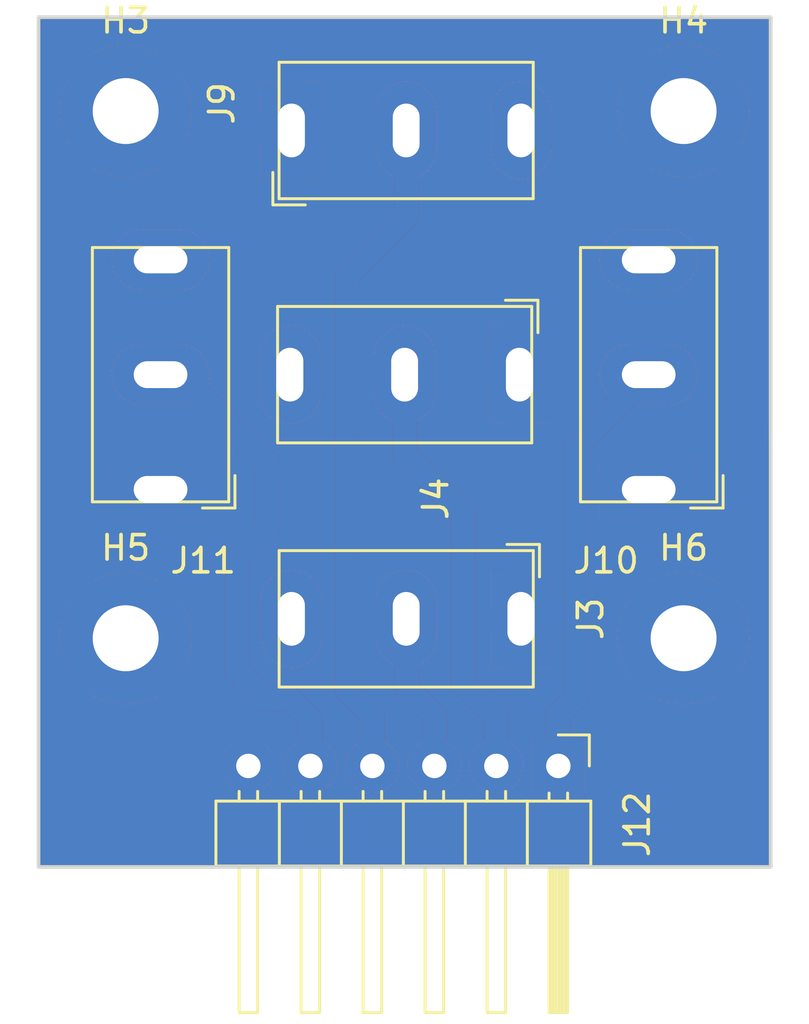
<source format=kicad_pcb>
(kicad_pcb (version 20221018) (generator pcbnew)

  (general
    (thickness 1.6)
  )

  (paper "A4")
  (layers
    (0 "F.Cu" signal)
    (31 "B.Cu" signal)
    (32 "B.Adhes" user "B.Adhesive")
    (33 "F.Adhes" user "F.Adhesive")
    (34 "B.Paste" user)
    (35 "F.Paste" user)
    (36 "B.SilkS" user "B.Silkscreen")
    (37 "F.SilkS" user "F.Silkscreen")
    (38 "B.Mask" user)
    (39 "F.Mask" user)
    (40 "Dwgs.User" user "User.Drawings")
    (41 "Cmts.User" user "User.Comments")
    (42 "Eco1.User" user "User.Eco1")
    (43 "Eco2.User" user "User.Eco2")
    (44 "Edge.Cuts" user)
    (45 "Margin" user)
    (46 "B.CrtYd" user "B.Courtyard")
    (47 "F.CrtYd" user "F.Courtyard")
    (48 "B.Fab" user)
    (49 "F.Fab" user)
  )

  (setup
    (stackup
      (layer "F.SilkS" (type "Top Silk Screen"))
      (layer "F.Paste" (type "Top Solder Paste"))
      (layer "F.Mask" (type "Top Solder Mask") (thickness 0.01))
      (layer "F.Cu" (type "copper") (thickness 0.035))
      (layer "dielectric 1" (type "core") (thickness 1.51) (material "FR4") (epsilon_r 4.5) (loss_tangent 0.02))
      (layer "B.Cu" (type "copper") (thickness 0.035))
      (layer "B.Mask" (type "Bottom Solder Mask") (thickness 0.01))
      (layer "B.Paste" (type "Bottom Solder Paste"))
      (layer "B.SilkS" (type "Bottom Silk Screen"))
      (copper_finish "None")
      (dielectric_constraints no)
    )
    (pad_to_mask_clearance 0.2)
    (pcbplotparams
      (layerselection 0x0003000_fffffffe)
      (plot_on_all_layers_selection 0x0001000_00000000)
      (disableapertmacros false)
      (usegerberextensions false)
      (usegerberattributes true)
      (usegerberadvancedattributes true)
      (creategerberjobfile true)
      (dashed_line_dash_ratio 12.000000)
      (dashed_line_gap_ratio 3.000000)
      (svgprecision 6)
      (plotframeref false)
      (viasonmask false)
      (mode 1)
      (useauxorigin false)
      (hpglpennumber 1)
      (hpglpenspeed 20)
      (hpglpendiameter 3.000000)
      (dxfpolygonmode true)
      (dxfimperialunits false)
      (dxfusepcbnewfont true)
      (psnegative false)
      (psa4output false)
      (plotreference true)
      (plotvalue true)
      (plotinvisibletext false)
      (sketchpadsonfab false)
      (subtractmaskfromsilk false)
      (outputformat 3)
      (mirror false)
      (drillshape 0)
      (scaleselection 1)
      (outputdirectory "")
    )
  )

  (net 0 "")
  (net 1 "Net-(J12-Pin_2)")
  (net 2 "GND1")
  (net 3 "unconnected-(J3-Pin_3-Pad3)")
  (net 4 "Net-(J12-Pin_3)")
  (net 5 "unconnected-(J4-Pin_3-Pad3)")
  (net 6 "Net-(J12-Pin_4)")
  (net 7 "unconnected-(J9-Pin_3-Pad3)")
  (net 8 "unconnected-(J10-Pin_3-Pad3)")
  (net 9 "unconnected-(J11-Pin_3-Pad3)")
  (net 10 "Net-(J10-Pin_2)")
  (net 11 "Net-(J11-Pin_2)")

  (footprint "Connector_PinHeader_2.54mm:PinHeader_1x03_P2.54mm_Vertical" (layer "F.Cu") (at 19.7 14.638 -90))

  (footprint "MountingHole:MountingHole_2.7mm_M2.5_Pad" (layer "F.Cu") (at 3.57 3.843))

  (footprint "Connector_PinHeader_2.54mm:PinHeader_1x03_P2.54mm_Vertical" (layer "F.Cu") (at 10.363 4.638 90))

  (footprint "Connector_PinHeader_2.54mm:PinHeader_1x03_P2.54mm_Vertical" (layer "F.Cu") (at 5 19.338 180))

  (footprint "Connector_PinHeader_2.54mm:PinHeader_1x03_P2.54mm_Vertical" (layer "F.Cu") (at 25 19.338 180))

  (footprint "MountingHole:MountingHole_2.7mm_M2.5_Pad" (layer "F.Cu") (at 26.43 3.843))

  (footprint "MountingHole:MountingHole_2.7mm_M2.5_Pad" (layer "F.Cu") (at 3.57 25.433))

  (footprint "Connector_PinHeader_2.54mm:PinHeader_1x03_P2.54mm_Vertical" (layer "F.Cu") (at 19.763 24.638 -90))

  (footprint "Connector_PinHeader_2.54mm:PinHeader_1x06_P2.54mm_Horizontal" (layer "F.Cu") (at 21.298 30.662 -90))

  (footprint "MountingHole:MountingHole_2.7mm_M2.5_Pad" (layer "F.Cu") (at 26.43 25.433))

  (gr_rect (start 0 0) (end 30 34.798)
    (stroke (width 0.15) (type default)) (fill none) (layer "Edge.Cuts") (tstamp e1c98737-53a0-4abc-99a1-34f14803ebcd))

  (segment (start 15 17.921) (end 17.399 20.32) (width 1) (layer "B.Cu") (net 1) (tstamp 3b4257a9-a637-4db6-b2e4-31f310422abc))
  (segment (start 17.399 27.305) (end 18.758 28.664) (width 1) (layer "B.Cu") (net 1) (tstamp 59b98036-cf80-4a98-8a71-94e7d6d713fd))
  (segment (start 18.758 28.664) (end 18.758 30.662) (width 1) (layer "B.Cu") (net 1) (tstamp 760313e6-d7b9-4cae-a40e-1b6f72356ade))
  (segment (start 17.399 20.32) (end 17.399 27.305) (width 1) (layer "B.Cu") (net 1) (tstamp a1811fd0-fc84-42c3-9f61-addf438463fa))
  (segment (start 15 14.638) (end 15 17.921) (width 1) (layer "B.Cu") (net 1) (tstamp dbb70392-35ad-43bc-af2e-ac600f2dacd6))
  (segment (start 16.218 28.6132) (end 16.218 30.662) (width 1) (layer "B.Cu") (net 4) (tstamp 18089699-bec6-455e-b358-81405887e90e))
  (segment (start 15.063 24.638) (end 15.063 27.4582) (width 1) (layer "B.Cu") (net 4) (tstamp 466b2623-7480-4d7d-b883-2a9ccb269f8c))
  (segment (start 15.063 27.4582) (end 16.218 28.6132) (width 1) (layer "B.Cu") (net 4) (tstamp 8046b46a-c75b-4aa9-afa9-056dbefa8c2b))
  (segment (start 15.063 8.178) (end 15.063 4.638) (width 1) (layer "B.Cu") (net 6) (tstamp 39141118-c19e-4f58-9e21-aaa49f022381))
  (segment (start 13.678 28.5878) (end 12.6492 27.559) (width 1) (layer "B.Cu") (net 6) (tstamp 5a46fb1c-bfcd-4e2a-afa9-b7f48660b707))
  (segment (start 12.6492 27.559) (end 12.6492 10.5918) (width 1) (layer "B.Cu") (net 6) (tstamp 718745ff-4189-4e8d-a881-bc512352d4f7))
  (segment (start 13.678 30.662) (end 13.678 28.5878) (width 1) (layer "B.Cu") (net 6) (tstamp 7764e2b6-b31c-4a8c-9d4b-376598d0ce89))
  (segment (start 12.6492 10.5918) (end 15.063 8.178) (width 1) (layer "B.Cu") (net 6) (tstamp ac1bb60a-0d83-4146-a9c2-41eead1a275c))
  (segment (start 21.2852 28.6004) (end 21.2852 30.6492) (width 1) (layer "B.Cu") (net 10) (tstamp 980fe048-4436-470d-9077-90eed937025d))
  (segment (start 25 14.638) (end 22.0218 17.6162) (width 1) (layer "B.Cu") (net 10) (tstamp a646e1cd-f577-4367-8b52-a101f1b2dcc7))
  (segment (start 21.2852 30.6492) (end 21.298 30.662) (width 1) (layer "B.Cu") (net 10) (tstamp a6b7c592-b5d1-4e2a-80c8-12e8079d9632))
  (segment (start 22.0218 27.8638) (end 21.2852 28.6004) (width 1) (layer "B.Cu") (net 10) (tstamp b1b2c37f-1349-4888-84fa-768b73ab41d8))
  (segment (start 22.0218 17.6162) (end 22.0218 27.8638) (width 1) (layer "B.Cu") (net 10) (tstamp e26fa03e-89ea-4654-869a-54bec70abe22))
  (segment (start 10.3378 27.94) (end 11.138 28.7402) (width 1) (layer "B.Cu") (net 11) (tstamp 0d00577f-dfa0-457f-aae6-ab63329c2428))
  (segment (start 8.1534 26.8224) (end 9.271 27.94) (width 1) (layer "B.Cu") (net 11) (tstamp 1db373d6-23a9-4524-a889-c0f8da44fa26))
  (segment (start 9.271 27.94) (end 10.3378 27.94) (width 1) (layer "B.Cu") (net 11) (tstamp 358efa80-a418-4039-9947-73c1942c1446))
  (segment (start 8.1534 22.1488) (end 8.1534 26.8224) (width 1) (layer "B.Cu") (net 11) (tstamp 465a088c-4136-453e-a2ea-43a82fa70cd9))
  (segment (start 9.3472 20.955) (end 8.1534 22.1488) (width 1) (layer "B.Cu") (net 11) (tstamp 559ec6f3-2fed-4172-b873-91c3e287b7e0))
  (segment (start 5.7734 14.638) (end 9.3472 18.2118) (width 1) (layer "B.Cu") (net 11) (tstamp 561a2603-2b0e-41cc-b513-f412a2236eb7))
  (segment (start 11.138 28.7402) (end 11.138 30.662) (width 1) (layer "B.Cu") (net 11) (tstamp 735e34fa-59bd-43d6-9548-5032b773a6c3))
  (segment (start 9.3472 18.2118) (end 9.3472 20.955) (width 1) (layer "B.Cu") (net 11) (tstamp 76dcd5c6-592b-49ae-a738-78e84c812da5))
  (segment (start 5 14.638) (end 5.7734 14.638) (width 1) (layer "B.Cu") (net 11) (tstamp aa7a6738-6fa4-4c40-b3ec-353ae33a75a1))

  (zone (net 2) (net_name "GND1") (layer "F.Cu") (tstamp b93c9710-e17f-46cc-9b4c-2359234f7b59) (hatch edge 0.5)
    (priority 3)
    (connect_pads (clearance 0.001))
    (min_thickness 0.025) (filled_areas_thickness no)
    (fill yes (thermal_gap 0.001) (thermal_bridge_width 1))
    (polygon
      (pts
        (xy 0.014 -0.094)
        (xy 29.859 -0.094)
        (xy 29.986 34.798)
        (xy 0.014 34.798)
      )
    )
    (filled_polygon
      (layer "F.Cu")
      (pts
        (xy 29.856276 0.078853)
        (xy 29.859658 0.086956)
        (xy 29.917699 16.032898)
        (xy 29.9245 17.901499)
        (xy 29.9245 34.711)
        (xy 29.921132 34.719132)
        (xy 29.913 34.7225)
        (xy 0.087 34.7225)
        (xy 0.078868 34.719132)
        (xy 0.0755 34.711)
        (xy 0.0755 31.162441)
        (xy 7.61774 31.162441)
        (xy 7.617904 31.163762)
        (xy 7.657663 31.243609)
        (xy 7.658219 31.244508)
        (xy 7.780543 31.40649)
        (xy 7.781258 31.407276)
        (xy 7.931264 31.544023)
        (xy 7.932106 31.544659)
        (xy 8.096252 31.646293)
        (xy 8.097542 31.646555)
        (xy 8.098 31.645318)
        (xy 9.098 31.645318)
        (xy 9.098457 31.646555)
        (xy 9.099747 31.646293)
        (xy 9.263893 31.544659)
        (xy 9.264735 31.544023)
        (xy 9.414741 31.407276)
        (xy 9.415456 31.40649)
        (xy 9.53778 31.244508)
        (xy 9.538336 31.243609)
        (xy 9.578095 31.163762)
        (xy 9.578259 31.162441)
        (xy 9.577007 31.162)
        (xy 9.100287 31.162)
        (xy 9.098669 31.162669)
        (xy 9.098 31.164287)
        (xy 9.098 31.645318)
        (xy 8.098 31.645318)
        (xy 8.098 31.164287)
        (xy 8.09733 31.162669)
        (xy 8.095713 31.162)
        (xy 7.618993 31.162)
        (xy 7.61774 31.162441)
        (xy 0.0755 31.162441)
        (xy 0.0755 30.662)
        (xy 10.031781 30.662)
        (xy 10.050616 30.865267)
        (xy 10.050758 30.865767)
        (xy 10.05076 30.865776)
        (xy 10.106335 31.061097)
        (xy 10.106482 31.061612)
        (xy 10.197474 31.244349)
        (xy 10.320494 31.407255)
        (xy 10.320883 31.407609)
        (xy 10.320887 31.407614)
        (xy 10.470521 31.544023)
        (xy 10.471354 31.544782)
        (xy 10.644916 31.652247)
        (xy 10.835269 31.72599)
        (xy 11.035931 31.7635)
        (xy 11.239535 31.7635)
        (xy 11.240069 31.7635)
        (xy 11.440731 31.72599)
        (xy 11.631084 31.652247)
        (xy 11.804646 31.544782)
        (xy 11.955506 31.407255)
        (xy 12.078526 31.244349)
        (xy 12.169518 31.061612)
        (xy 12.225384 30.865267)
        (xy 12.244219 30.662)
        (xy 12.571781 30.662)
        (xy 12.590616 30.865267)
        (xy 12.590758 30.865767)
        (xy 12.59076 30.865776)
        (xy 12.646335 31.061097)
        (xy 12.646482 31.061612)
        (xy 12.737474 31.244349)
        (xy 12.860494 31.407255)
        (xy 12.860883 31.407609)
        (xy 12.860887 31.407614)
        (xy 13.010521 31.544023)
        (xy 13.011354 31.544782)
        (xy 13.184916 31.652247)
        (xy 13.375269 31.72599)
        (xy 13.575931 31.7635)
        (xy 13.779535 31.7635)
        (xy 13.780069 31.7635)
        (xy 13.980731 31.72599)
        (xy 14.171084 31.652247)
        (xy 14.344646 31.544782)
        (xy 14.495506 31.407255)
        (xy 14.618526 31.244349)
        (xy 14.709518 31.061612)
        (xy 14.765384 30.865267)
        (xy 14.784219 30.662)
        (xy 15.111781 30.662)
        (xy 15.130616 30.865267)
        (xy 15.130758 30.865767)
        (xy 15.13076 30.865776)
        (xy 15.186335 31.061097)
        (xy 15.186482 31.061612)
        (xy 15.277474 31.244349)
        (xy 15.400494 31.407255)
        (xy 15.400883 31.407609)
        (xy 15.400887 31.407614)
        (xy 15.550521 31.544023)
        (xy 15.551354 31.544782)
        (xy 15.724916 31.652247)
        (xy 15.915269 31.72599)
        (xy 16.115931 31.7635)
        (xy 16.319535 31.7635)
        (xy 16.320069 31.7635)
        (xy 16.520731 31.72599)
        (xy 16.711084 31.652247)
        (xy 16.884646 31.544782)
        (xy 17.035506 31.407255)
        (xy 17.158526 31.244349)
        (xy 17.249518 31.061612)
        (xy 17.305384 30.865267)
        (xy 17.324219 30.662)
        (xy 17.651781 30.662)
        (xy 17.670616 30.865267)
        (xy 17.670758 30.865767)
        (xy 17.67076 30.865776)
        (xy 17.726335 31.061097)
        (xy 17.726482 31.061612)
        (xy 17.817474 31.244349)
        (xy 17.940494 31.407255)
        (xy 17.940883 31.407609)
        (xy 17.940887 31.407614)
        (xy 18.090521 31.544023)
        (xy 18.091354 31.544782)
        (xy 18.264916 31.652247)
        (xy 18.455269 31.72599)
        (xy 18.655931 31.7635)
        (xy 18.859535 31.7635)
        (xy 18.860069 31.7635)
        (xy 18.867312 31.762146)
        (xy 20.1965 31.762146)
        (xy 20.196587 31.762585)
        (xy 20.196919 31.763081)
        (xy 20.197415 31.763413)
        (xy 20.197854 31.7635)
        (xy 22.397587 31.7635)
        (xy 22.398146 31.7635)
        (xy 22.398585 31.763413)
        (xy 22.399081 31.763081)
        (xy 22.399413 31.762585)
        (xy 22.3995 31.762146)
        (xy 22.3995 29.561854)
        (xy 22.399413 29.561415)
        (xy 22.399081 29.560919)
        (xy 22.398585 29.560587)
        (xy 22.398146 29.5605)
        (xy 20.197854 29.5605)
        (xy 20.197415 29.560587)
        (xy 20.196919 29.560919)
        (xy 20.196587 29.561415)
        (xy 20.1965 29.561854)
        (xy 20.1965 31.762146)
        (xy 18.867312 31.762146)
        (xy 19.060731 31.72599)
        (xy 19.251084 31.652247)
        (xy 19.424646 31.544782)
        (xy 19.575506 31.407255)
        (xy 19.698526 31.244349)
        (xy 19.789518 31.061612)
        (xy 19.845384 30.865267)
        (xy 19.864219 30.662)
        (xy 19.845384 30.458733)
        (xy 19.789518 30.262388)
        (xy 19.698526 30.079651)
        (xy 19.575506 29.916745)
        (xy 19.575116 29.916389)
        (xy 19.575112 29.916385)
        (xy 19.425038 29.779575)
        (xy 19.425035 29.779573)
        (xy 19.424646 29.779218)
        (xy 19.262275 29.678682)
        (xy 19.251545 29.672038)
        (xy 19.251541 29.672036)
        (xy 19.251084 29.671753)
        (xy 19.250582 29.671558)
        (xy 19.250577 29.671556)
        (xy 19.061236 29.598205)
        (xy 19.061229 29.598203)
        (xy 19.060731 29.59801)
        (xy 19.060204 29.597911)
        (xy 19.060199 29.59791)
        (xy 18.860594 29.560598)
        (xy 18.860592 29.560597)
        (xy 18.860069 29.5605)
        (xy 18.655931 29.5605)
        (xy 18.655408 29.560597)
        (xy 18.655405 29.560598)
        (xy 18.4558 29.59791)
        (xy 18.455792 29.597912)
        (xy 18.455269 29.59801)
        (xy 18.454772 29.598202)
        (xy 18.454763 29.598205)
        (xy 18.265422 29.671556)
        (xy 18.265413 29.67156)
        (xy 18.264916 29.671753)
        (xy 18.264462 29.672033)
        (xy 18.264454 29.672038)
        (xy 18.091807 29.778937)
        (xy 18.091803 29.778939)
        (xy 18.091354 29.779218)
        (xy 18.090969 29.779568)
        (xy 18.090961 29.779575)
        (xy 17.940887 29.916385)
        (xy 17.940877 29.916395)
        (xy 17.940494 29.916745)
        (xy 17.940173 29.917169)
        (xy 17.940172 29.917171)
        (xy 17.817793 30.079227)
        (xy 17.817787 30.079235)
        (xy 17.817474 30.079651)
        (xy 17.817239 30.080122)
        (xy 17.817237 30.080126)
        (xy 17.726721 30.261907)
        (xy 17.726719 30.261911)
        (xy 17.726482 30.262388)
        (xy 17.726337 30.262894)
        (xy 17.726335 30.262902)
        (xy 17.67076 30.458223)
        (xy 17.670757 30.458234)
        (xy 17.670616 30.458733)
        (xy 17.651781 30.662)
        (xy 17.324219 30.662)
        (xy 17.305384 30.458733)
        (xy 17.249518 30.262388)
        (xy 17.158526 30.079651)
        (xy 17.035506 29.916745)
        (xy 17.035116 29.916389)
        (xy 17.035112 29.916385)
        (xy 16.885038 29.779575)
        (xy 16.885035 29.779573)
        (xy 16.884646 29.779218)
        (xy 16.722275 29.678682)
        (xy 16.711545 29.672038)
        (xy 16.711541 29.672036)
        (xy 16.711084 29.671753)
        (xy 16.710582 29.671558)
        (xy 16.710577 29.671556)
        (xy 16.521236 29.598205)
        (xy 16.521229 29.598203)
        (xy 16.520731 29.59801)
        (xy 16.520204 29.597911)
        (xy 16.520199 29.59791)
        (xy 16.320594 29.560598)
        (xy 16.320592 29.560597)
        (xy 16.320069 29.5605)
        (xy 16.115931 29.5605)
        (xy 16.115408 29.560597)
        (xy 16.115405 29.560598)
        (xy 15.9158 29.59791)
        (xy 15.915792 29.597912)
        (xy 15.915269 29.59801)
        (xy 15.914772 29.598202)
        (xy 15.914763 29.598205)
        (xy 15.725422 29.671556)
        (xy 15.725413 29.67156)
        (xy 15.724916 29.671753)
        (xy 15.724462 29.672033)
        (xy 15.724454 29.672038)
        (xy 15.551807 29.778937)
        (xy 15.551803 29.778939)
        (xy 15.551354 29.779218)
        (xy 15.550969 29.779568)
        (xy 15.550961 29.779575)
        (xy 15.400887 29.916385)
        (xy 15.400877 29.916395)
        (xy 15.400494 29.916745)
        (xy 15.400173 29.917169)
        (xy 15.400172 29.917171)
        (xy 15.277793 30.079227)
        (xy 15.277787 30.079235)
        (xy 15.277474 30.079651)
        (xy 15.277239 30.080122)
        (xy 15.277237 30.080126)
        (xy 15.186721 30.261907)
        (xy 15.186719 30.261911)
        (xy 15.186482 30.262388)
        (xy 15.186337 30.262894)
        (xy 15.186335 30.262902)
        (xy 15.13076 30.458223)
        (xy 15.130757 30.458234)
        (xy 15.130616 30.458733)
        (xy 15.111781 30.662)
        (xy 14.784219 30.662)
        (xy 14.765384 30.458733)
        (xy 14.709518 30.262388)
        (xy 14.618526 30.079651)
        (xy 14.495506 29.916745)
        (xy 14.495116 29.916389)
        (xy 14.495112 29.916385)
        (xy 14.345038 29.779575)
        (xy 14.345035 29.779573)
        (xy 14.344646 29.779218)
        (xy 14.182275 29.678682)
        (xy 14.171545 29.672038)
        (xy 14.171541 29.672036)
        (xy 14.171084 29.671753)
        (xy 14.170582 29.671558)
        (xy 14.170577 29.671556)
        (xy 13.981236 29.598205)
        (xy 13.981229 29.598203)
        (xy 13.980731 29.59801)
        (xy 13.980204 29.597911)
        (xy 13.980199 29.59791)
        (xy 13.780594 29.560598)
        (xy 13.780592 29.560597)
        (xy 13.780069 29.5605)
        (xy 13.575931 29.5605)
        (xy 13.575408 29.560597)
        (xy 13.575405 29.560598)
        (xy 13.3758 29.59791)
        (xy 13.375792 29.597912)
        (xy 13.375269 29.59801)
        (xy 13.374772 29.598202)
        (xy 13.374763 29.598205)
        (xy 13.185422 29.671556)
        (xy 13.185413 29.67156)
        (xy 13.184916 29.671753)
        (xy 13.184462 29.672033)
        (xy 13.184454 29.672038)
        (xy 13.011807 29.778937)
        (xy 13.011803 29.778939)
        (xy 13.011354 29.779218)
        (xy 13.010969 29.779568)
        (xy 13.010961 29.779575)
        (xy 12.860887 29.916385)
        (xy 12.860877 29.916395)
        (xy 12.860494 29.916745)
        (xy 12.860173 29.917169)
        (xy 12.860172 29.917171)
        (xy 12.737793 30.079227)
        (xy 12.737787 30.079235)
        (xy 12.737474 30.079651)
        (xy 12.737239 30.080122)
        (xy 12.737237 30.080126)
        (xy 12.646721 30.261907)
        (xy 12.646719 30.261911)
        (xy 12.646482 30.262388)
        (xy 12.646337 30.262894)
        (xy 12.646335 30.262902)
        (xy 12.59076 30.458223)
        (xy 12.590757 30.458234)
        (xy 12.590616 30.458733)
        (xy 12.571781 30.662)
        (xy 12.244219 30.662)
        (xy 12.225384 30.458733)
        (xy 12.169518 30.262388)
        (xy 12.078526 30.079651)
        (xy 11.955506 29.916745)
        (xy 11.955116 29.916389)
        (xy 11.955112 29.916385)
        (xy 11.805038 29.779575)
        (xy 11.805035 29.779573)
        (xy 11.804646 29.779218)
        (xy 11.642275 29.678682)
        (xy 11.631545 29.672038)
        (xy 11.631541 29.672036)
        (xy 11.631084 29.671753)
        (xy 11.630582 29.671558)
        (xy 11.630577 29.671556)
        (xy 11.441236 29.598205)
        (xy 11.441229 29.598203)
        (xy 11.440731 29.59801)
        (xy 11.440204 29.597911)
        (xy 11.440199 29.59791)
        (xy 11.240594 29.560598)
        (xy 11.240592 29.560597)
        (xy 11.240069 29.5605)
        (xy 11.035931 29.5605)
        (xy 11.035408 29.560597)
        (xy 11.035405 29.560598)
        (xy 10.8358 29.59791)
        (xy 10.835792 29.597912)
        (xy 10.835269 29.59801)
        (xy 10.834772 29.598202)
        (xy 10.834763 29.598205)
        (xy 10.645422 29.671556)
        (xy 10.645413 29.67156)
        (xy 10.644916 29.671753)
        (xy 10.644462 29.672033)
        (xy 10.644454 29.672038)
        (xy 10.471807 29.778937)
        (xy 10.471803 29.778939)
        (xy 10.471354 29.779218)
        (xy 10.470969 29.779568)
        (xy 10.470961 29.779575)
        (xy 10.320887 29.916385)
        (xy 10.320877 29.916395)
        (xy 10.320494 29.916745)
        (xy 10.320173 29.917169)
        (xy 10.320172 29.917171)
        (xy 10.197793 30.079227)
        (xy 10.197787 30.079235)
        (xy 10.197474 30.079651)
        (xy 10.197239 30.080122)
        (xy 10.197237 30.080126)
        (xy 10.106721 30.261907)
        (xy 10.106719 30.261911)
        (xy 10.106482 30.262388)
        (xy 10.106337 30.262894)
        (xy 10.106335 30.262902)
        (xy 10.05076 30.458223)
        (xy 10.050757 30.458234)
        (xy 10.050616 30.458733)
        (xy 10.031781 30.662)
        (xy 0.0755 30.662)
        (xy 0.0755 30.161558)
        (xy 7.61774 30.161558)
        (xy 7.618993 30.162)
        (xy 8.095713 30.162)
        (xy 8.09733 30.16133)
        (xy 8.098 30.159713)
        (xy 9.098 30.159713)
        (xy 9.098669 30.16133)
        (xy 9.100287 30.162)
        (xy 9.577007 30.162)
        (xy 9.578259 30.161558)
        (xy 9.578095 30.160237)
        (xy 9.538336 30.08039)
        (xy 9.53778 30.079491)
        (xy 9.415456 29.917509)
        (xy 9.414741 29.916723)
        (xy 9.264735 29.779976)
        (xy 9.263893 29.77934)
        (xy 9.099747 29.677706)
        (xy 9.098457 29.677444)
        (xy 9.098 29.678682)
        (xy 9.098 30.159713)
        (xy 8.098 30.159713)
        (xy 8.098 29.678682)
        (xy 8.097542 29.677444)
        (xy 8.096252 29.677706)
        (xy 7.932106 29.77934)
        (xy 7.931264 29.779976)
        (xy 7.781258 29.916723)
        (xy 7.780543 29.917509)
        (xy 7.658219 30.079491)
        (xy 7.657663 30.08039)
        (xy 7.617904 30.160237)
        (xy 7.61774 30.161558)
        (xy 0.0755 30.161558)
        (xy 0.0755 27.666387)
        (xy 2.04427 27.666387)
        (xy 2.045141 27.66737)
        (xy 2.312187 27.828806)
        (xy 2.312801 27.829128)
        (xy 2.610154 27.962956)
        (xy 2.610788 27.963196)
        (xy 2.922098 28.060204)
        (xy 2.922759 28.060367)
        (xy 3.24349 28.119144)
        (xy 3.244188 28.119229)
        (xy 3.569653 28.138916)
        (xy 3.570347 28.138916)
        (xy 3.895811 28.119229)
        (xy 3.896509 28.119144)
        (xy 4.21724 28.060367)
        (xy 4.217901 28.060204)
        (xy 4.529211 27.963196)
        (xy 4.529845 27.962956)
        (xy 4.827198 27.829128)
        (xy 4.827812 27.828806)
        (xy 5.094857 27.66737)
        (xy 5.095728 27.666387)
        (xy 24.90427 27.666387)
        (xy 24.905141 27.66737)
        (xy 25.172187 27.828806)
        (xy 25.172801 27.829128)
        (xy 25.470154 27.962956)
        (xy 25.470788 27.963196)
        (xy 25.782098 28.060204)
        (xy 25.782759 28.060367)
        (xy 26.10349 28.119144)
        (xy 26.104188 28.119229)
        (xy 26.429653 28.138916)
        (xy 26.430347 28.138916)
        (xy 26.755811 28.119229)
        (xy 26.756509 28.119144)
        (xy 27.07724 28.060367)
        (xy 27.077901 28.060204)
        (xy 27.389211 27.963196)
        (xy 27.389845 27.962956)
        (xy 27.687198 27.829128)
        (xy 27.687812 27.828806)
        (xy 27.954857 27.66737)
        (xy 27.955728 27.666387)
        (xy 27.95512 27.665227)
        (xy 26.431617 26.141724)
        (xy 26.429999 26.141054)
        (xy 26.428382 26.141724)
        (xy 24.904878 27.665227)
        (xy 24.90427 27.666387)
        (xy 5.095728 27.666387)
        (xy 5.09512 27.665227)
        (xy 3.571617 26.141724)
        (xy 3.569999 26.141054)
        (xy 3.568382 26.141724)
        (xy 2.044878 27.665227)
        (xy 2.04427 27.666387)
        (xy 0.0755 27.666387)
        (xy 0.0755 25.433347)
        (xy 0.864084 25.433347)
        (xy 0.88377 25.758811)
        (xy 0.883855 25.759509)
        (xy 0.942632 26.08024)
        (xy 0.942795 26.080901)
        (xy 1.039803 26.392211)
        (xy 1.040043 26.392845)
        (xy 1.173871 26.690198)
        (xy 1.174193 26.690812)
        (xy 1.335628 26.957857)
        (xy 1.336611 26.958728)
        (xy 1.337771 26.95812)
        (xy 2.861822 25.43407)
        (xy 2.86244 25.433)
        (xy 4.278054 25.433)
        (xy 4.278724 25.434617)
        (xy 5.802227 26.95812)
        (xy 5.803387 26.958728)
        (xy 5.80437 26.957857)
        (xy 5.965806 26.690812)
        (xy 5.966128 26.690198)
        (xy 6.099956 26.392845)
        (xy 6.100196 26.392211)
        (xy 6.197204 26.080901)
        (xy 6.197367 26.08024)
        (xy 6.256144 25.759509)
        (xy 6.256229 25.758811)
        (xy 6.275259 25.444211)
        (xy 9.1115 25.444211)
        (xy 9.111522 25.444461)
        (xy 9.111523 25.444472)
        (xy 9.126588 25.611859)
        (xy 9.126634 25.612367)
        (xy 9.126768 25.612852)
        (xy 9.126769 25.612858)
        (xy 9.186429 25.829029)
        (xy 9.186431 25.829035)
        (xy 9.186566 25.829523)
        (xy 9.284308 26.032488)
        (xy 9.2846 26.032891)
        (xy 9.284605 26.032898)
        (xy 9.367838 26.147458)
        (xy 9.416721 26.214739)
        (xy 9.579548 26.370417)
        (xy 9.767556 26.49452)
        (xy 9.974702 26.583059)
        (xy 10.194328 26.633187)
        (xy 10.419375 26.643294)
        (xy 10.642611 26.613054)
        (xy 10.856859 26.543441)
        (xy 11.055235 26.436691)
        (xy 11.231361 26.296234)
        (xy 11.379578 26.126587)
        (xy 11.495121 25.933201)
        (xy 11.574276 25.722291)
        (xy 11.6145 25.500637)
        (xy 11.6145 25.444211)
        (xy 13.8115 25.444211)
        (xy 13.811522 25.444461)
        (xy 13.811523 25.444472)
        (xy 13.826588 25.611859)
        (xy 13.826634 25.612367)
        (xy 13.826768 25.612852)
        (xy 13.826769 25.612858)
        (xy 13.886429 25.829029)
        (xy 13.886431 25.829035)
        (xy 13.886566 25.829523)
        (xy 13.984308 26.032488)
        (xy 13.9846 26.032891)
        (xy 13.984605 26.032898)
        (xy 14.067838 26.147458)
        (xy 14.116721 26.214739)
        (xy 14.279548 26.370417)
        (xy 14.467556 26.49452)
        (xy 14.674702 26.583059)
        (xy 14.894328 26.633187)
        (xy 15.119375 26.643294)
        (xy 15.161896 26.637534)
        (xy 18.512 26.637534)
        (xy 18.512018 26.637722)
        (xy 18.512319 26.638447)
        (xy 18.512552 26.63868)
        (xy 18.513277 26.638981)
        (xy 18.513466 26.639)
        (xy 19.260713 26.639)
        (xy 19.26233 26.63833)
        (xy 19.263 26.636713)
        (xy 20.263 26.636713)
        (xy 20.263669 26.63833)
        (xy 20.265287 26.639)
        (xy 21.012534 26.639)
        (xy 21.012722 26.638981)
        (xy 21.013447 26.63868)
        (xy 21.01368 26.638447)
        (xy 21.013981 26.637722)
        (xy 21.014 26.637534)
        (xy 21.014 25.433347)
        (xy 23.724084 25.433347)
        (xy 23.74377 25.758811)
        (xy 23.743855 25.759509)
        (xy 23.802632 26.08024)
        (xy 23.802795 26.080901)
        (xy 23.899803 26.392211)
        (xy 23.900043 26.392845)
        (xy 24.033871 26.690198)
        (xy 24.034193 26.690812)
        (xy 24.195628 26.957857)
        (xy 24.196611 26.958728)
        (xy 24.197771 26.95812)
        (xy 25.721822 25.43407)
        (xy 25.72244 25.433)
        (xy 25.722439 25.432999)
        (xy 27.138054 25.432999)
        (xy 27.138724 25.434617)
        (xy 28.662227 26.95812)
        (xy 28.663387 26.958728)
        (xy 28.66437 26.957857)
        (xy 28.825806 26.690812)
        (xy 28.826128 26.690198)
        (xy 28.959956 26.392845)
        (xy 28.960196 26.392211)
        (xy 29.057204 26.080901)
        (xy 29.057367 26.08024)
        (xy 29.116144 25.759509)
        (xy 29.116229 25.758811)
        (xy 29.135916 25.433347)
        (xy 29.135916 25.432653)
        (xy 29.116229 25.107188)
        (xy 29.116144 25.10649)
        (xy 29.057367 24.785759)
        (xy 29.057204 24.785098)
        (xy 28.960196 24.473788)
        (xy 28.959956 24.473154)
        (xy 28.826128 24.175801)
        (xy 28.825806 24.175187)
        (xy 28.66437 23.908141)
        (xy 28.663387 23.90727)
        (xy 28.662227 23.907878)
        (xy 27.138724 25.431382)
        (xy 27.138054 25.432999)
        (xy 25.722439 25.432999)
        (xy 25.721822 25.431929)
        (xy 24.197771 23.907878)
        (xy 24.196611 23.90727)
        (xy 24.195628 23.908141)
        (xy 24.034193 24.175187)
        (xy 24.033871 24.175801)
        (xy 23.900043 24.473154)
        (xy 23.899803 24.473788)
        (xy 23.802795 24.785098)
        (xy 23.802632 24.785759)
        (xy 23.743855 25.10649)
        (xy 23.74377 25.107188)
        (xy 23.724084 25.432653)
        (xy 23.724084 25.433347)
        (xy 21.014 25.433347)
        (xy 21.014 25.140287)
        (xy 21.01333 25.138669)
        (xy 21.011713 25.138)
        (xy 20.265287 25.138)
        (xy 20.263669 25.138669)
        (xy 20.263 25.140287)
        (xy 20.263 26.636713)
        (xy 19.263 26.636713)
        (xy 19.263 25.140287)
        (xy 19.26233 25.138669)
        (xy 19.260713 25.138)
        (xy 18.514287 25.138)
        (xy 18.512669 25.138669)
        (xy 18.512 25.140287)
        (xy 18.512 26.637534)
        (xy 15.161896 26.637534)
        (xy 15.342611 26.613054)
        (xy 15.556859 26.543441)
        (xy 15.755235 26.436691)
        (xy 15.931361 26.296234)
        (xy 16.079578 26.126587)
        (xy 16.195121 25.933201)
        (xy 16.274276 25.722291)
        (xy 16.3145 25.500637)
        (xy 16.3145 24.135713)
        (xy 18.512 24.135713)
        (xy 18.512669 24.13733)
        (xy 18.514287 24.138)
        (xy 19.260713 24.138)
        (xy 19.26233 24.13733)
        (xy 19.263 24.135713)
        (xy 20.263 24.135713)
        (xy 20.263669 24.13733)
        (xy 20.265287 24.138)
        (xy 21.011713 24.138)
        (xy 21.01333 24.13733)
        (xy 21.014 24.135713)
        (xy 21.014 23.199611)
        (xy 24.90427 23.199611)
        (xy 24.904878 23.200771)
        (xy 26.428929 24.724822)
        (xy 26.43 24.72544)
        (xy 26.43107 24.724822)
        (xy 27.95512 23.200771)
        (xy 27.955728 23.199611)
        (xy 27.954857 23.198628)
        (xy 27.687812 23.037193)
        (xy 27.687198 23.036871)
        (xy 27.389845 22.903043)
        (xy 27.389211 22.902803)
        (xy 27.077901 22.805795)
        (xy 27.07724 22.805632)
        (xy 26.756509 22.746855)
        (xy 26.755811 22.74677)
        (xy 26.430347 22.727084)
        (xy 26.429653 22.727084)
        (xy 26.104188 22.74677)
        (xy 26.10349 22.746855)
        (xy 25.782759 22.805632)
        (xy 25.782098 22.805795)
        (xy 25.470788 22.902803)
        (xy 25.470154 22.903043)
        (xy 25.172801 23.036871)
        (xy 25.172187 23.037193)
        (xy 24.905141 23.198628)
        (xy 24.90427 23.199611)
        (xy 21.014 23.199611)
        (xy 21.014 22.638466)
        (xy 21.013981 22.638277)
        (xy 21.01368 22.637552)
        (xy 21.013447 22.637319)
        (xy 21.012722 22.637018)
        (xy 21.012534 22.637)
        (xy 20.265287 22.637)
        (xy 20.263669 22.637669)
        (xy 20.263 22.639287)
        (xy 20.263 24.135713)
        (xy 19.263 24.135713)
        (xy 19.263 22.639287)
        (xy 19.26233 22.637669)
        (xy 19.260713 22.637)
        (xy 18.513466 22.637)
        (xy 18.513277 22.637018)
        (xy 18.512552 22.637319)
        (xy 18.512319 22.637552)
        (xy 18.512018 22.638277)
        (xy 18.512 22.638466)
        (xy 18.512 24.135713)
        (xy 16.3145 24.135713)
        (xy 16.3145 23.831789)
        (xy 16.299366 23.663633)
        (xy 16.239434 23.446477)
        (xy 16.141692 23.243512)
        (xy 16.141396 23.243105)
        (xy 16.141394 23.243101)
        (xy 16.073042 23.149023)
        (xy 16.009279 23.061261)
        (xy 15.846452 22.905583)
        (xy 15.846021 22.905299)
        (xy 15.846018 22.905296)
        (xy 15.658872 22.781762)
        (xy 15.658867 22.781759)
        (xy 15.658444 22.78148)
        (xy 15.657979 22.781281)
        (xy 15.657973 22.781278)
        (xy 15.451764 22.69314)
        (xy 15.451762 22.693139)
        (xy 15.451298 22.692941)
        (xy 15.45081 22.692829)
        (xy 15.450802 22.692827)
        (xy 15.232169 22.642926)
        (xy 15.232164 22.642925)
        (xy 15.231672 22.642813)
        (xy 15.231168 22.64279)
        (xy 15.231158 22.642789)
        (xy 15.007149 22.632729)
        (xy 15.007143 22.632729)
        (xy 15.006625 22.632706)
        (xy 15.006108 22.632775)
        (xy 15.006107 22.632776)
        (xy 14.783895 22.662877)
        (xy 14.78389 22.662878)
        (xy 14.783389 22.662946)
        (xy 14.782904 22.663103)
        (xy 14.782902 22.663104)
        (xy 14.569627 22.7324)
        (xy 14.569616 22.732404)
        (xy 14.569141 22.732559)
        (xy 14.568696 22.732798)
        (xy 14.56869 22.732801)
        (xy 14.371222 22.839062)
        (xy 14.371213 22.839067)
        (xy 14.370765 22.839309)
        (xy 14.370362 22.83963)
        (xy 14.370358 22.839633)
        (xy 14.195042 22.979444)
        (xy 14.195038 22.979447)
        (xy 14.194639 22.979766)
        (xy 14.194304 22.980148)
        (xy 14.194298 22.980155)
        (xy 14.046762 23.149023)
        (xy 14.046758 23.149027)
        (xy 14.046422 23.149413)
        (xy 14.04616 23.149851)
        (xy 14.046156 23.149857)
        (xy 13.931147 23.34235)
        (xy 13.930879 23.342799)
        (xy 13.9307 23.343274)
        (xy 13.930696 23.343284)
        (xy 13.851906 23.553222)
        (xy 13.851903 23.553229)
        (xy 13.851724 23.553709)
        (xy 13.851632 23.554215)
        (xy 13.85163 23.554223)
        (xy 13.811593 23.774848)
        (xy 13.8115 23.775363)
        (xy 13.8115 25.444211)
        (xy 11.6145 25.444211)
        (xy 11.6145 23.831789)
        (xy 11.599366 23.663633)
        (xy 11.539434 23.446477)
        (xy 11.441692 23.243512)
        (xy 11.441396 23.243105)
        (xy 11.441394 23.243101)
        (xy 11.373042 23.149023)
        (xy 11.309279 23.061261)
        (xy 11.146452 22.905583)
        (xy 11.146021 22.905299)
        (xy 11.146018 22.905296)
        (xy 10.958872 22.781762)
        (xy 10.958867 22.781759)
        (xy 10.958444 22.78148)
        (xy 10.957979 22.781281)
        (xy 10.957973 22.781278)
        (xy 10.751764 22.69314)
        (xy 10.751762 22.693139)
        (xy 10.751298 22.692941)
        (xy 10.75081 22.692829)
        (xy 10.750802 22.692827)
        (xy 10.532169 22.642926)
        (xy 10.532164 22.642925)
        (xy 10.531672 22.642813)
        (xy 10.531168 22.64279)
        (xy 10.531158 22.642789)
        (xy 10.307149 22.632729)
        (xy 10.307143 22.632729)
        (xy 10.306625 22.632706)
        (xy 10.306108 22.632775)
        (xy 10.306107 22.632776)
        (xy 10.083895 22.662877)
        (xy 10.08389 22.662878)
        (xy 10.083389 22.662946)
        (xy 10.082904 22.663103)
        (xy 10.082902 22.663104)
        (xy 9.869627 22.7324)
        (xy 9.869616 22.732404)
        (xy 9.869141 22.732559)
        (xy 9.868696 22.732798)
        (xy 9.86869 22.732801)
        (xy 9.671222 22.839062)
        (xy 9.671213 22.839067)
        (xy 9.670765 22.839309)
        (xy 9.670362 22.83963)
        (xy 9.670358 22.839633)
        (xy 9.495042 22.979444)
        (xy 9.495038 22.979447)
        (xy 9.494639 22.979766)
        (xy 9.494304 22.980148)
        (xy 9.494298 22.980155)
        (xy 9.346762 23.149023)
        (xy 9.346758 23.149027)
        (xy 9.346422 23.149413)
        (xy 9.34616 23.149851)
        (xy 9.346156 23.149857)
        (xy 9.231147 23.34235)
        (xy 9.230879 23.342799)
        (xy 9.2307 23.343274)
        (xy 9.230696 23.343284)
        (xy 9.151906 23.553222)
        (xy 9.151903 23.553229)
        (xy 9.151724 23.553709)
        (xy 9.151632 23.554215)
        (xy 9.15163 23.554223)
        (xy 9.111593 23.774848)
        (xy 9.1115 23.775363)
        (xy 9.1115 25.444211)
        (xy 6.275259 25.444211)
        (xy 6.275916 25.433347)
        (xy 6.275916 25.432653)
        (xy 6.256229 25.107188)
        (xy 6.256144 25.10649)
        (xy 6.197367 24.785759)
        (xy 6.197204 24.785098)
        (xy 6.100196 24.473788)
        (xy 6.099956 24.473154)
        (xy 5.966128 24.175801)
        (xy 5.965806 24.175187)
        (xy 5.80437 23.908141)
        (xy 5.803387 23.90727)
        (xy 5.802227 23.907878)
        (xy 4.278724 25.431382)
        (xy 4.278054 25.433)
        (xy 2.86244 25.433)
        (xy 2.861822 25.431929)
        (xy 1.337771 23.907878)
        (xy 1.336611 23.90727)
        (xy 1.335628 23.908141)
        (xy 1.174193 24.175187)
        (xy 1.173871 24.175801)
        (xy 1.040043 24.473154)
        (xy 1.039803 24.473788)
        (xy 0.942795 24.785098)
        (xy 0.942632 24.785759)
        (xy 0.883855 25.10649)
        (xy 0.88377 25.107188)
        (xy 0.864084 25.432653)
        (xy 0.864084 25.433347)
        (xy 0.0755 25.433347)
        (xy 0.0755 23.199611)
        (xy 2.04427 23.199611)
        (xy 2.044878 23.200771)
        (xy 3.568929 24.724822)
        (xy 3.57 24.72544)
        (xy 3.57107 24.724822)
        (xy 5.09512 23.200771)
        (xy 5.095728 23.199611)
        (xy 5.094857 23.198628)
        (xy 4.827812 23.037193)
        (xy 4.827198 23.036871)
        (xy 4.529845 22.903043)
        (xy 4.529211 22.902803)
        (xy 4.217901 22.805795)
        (xy 4.21724 22.805632)
        (xy 3.896509 22.746855)
        (xy 3.895811 22.74677)
        (xy 3.570347 22.727084)
        (xy 3.569653 22.727084)
        (xy 3.244188 22.74677)
        (xy 3.24349 22.746855)
        (xy 2.922759 22.805632)
        (xy 2.922098 22.805795)
        (xy 2.610788 22.902803)
        (xy 2.610154 22.903043)
        (xy 2.312801 23.036871)
        (xy 2.312187 23.037193)
        (xy 2.045141 23.198628)
        (xy 2.04427 23.199611)
        (xy 0.0755 23.199611)
        (xy 0.0755 20.587534)
        (xy 2.999 20.587534)
        (xy 2.999018 20.587722)
        (xy 2.999319 20.588447)
        (xy 2.999552 20.58868)
        (xy 3.000277 20.588981)
        (xy 3.000466 20.589)
        (xy 4.497713 20.589)
        (xy 4.49933 20.58833)
        (xy 4.5 20.586713)
        (xy 5.5 20.586713)
        (xy 5.500669 20.58833)
        (xy 5.502287 20.589)
        (xy 6.999534 20.589)
        (xy 6.999722 20.588981)
        (xy 7.000447 20.58868)
        (xy 7.00068 20.588447)
        (xy 7.000981 20.587722)
        (xy 7.001 20.587534)
        (xy 22.999 20.587534)
        (xy 22.999018 20.587722)
        (xy 22.999319 20.588447)
        (xy 22.999552 20.58868)
        (xy 23.000277 20.588981)
        (xy 23.000466 20.589)
        (xy 24.497713 20.589)
        (xy 24.49933 20.58833)
        (xy 24.5 20.586713)
        (xy 25.5 20.586713)
        (xy 25.500669 20.58833)
        (xy 25.502287 20.589)
        (xy 26.999534 20.589)
        (xy 26.999722 20.588981)
        (xy 27.000447 20.58868)
        (xy 27.00068 20.588447)
        (xy 27.000981 20.587722)
        (xy 27.001 20.587534)
        (xy 27.001 19.840287)
        (xy 27.00033 19.838669)
        (xy 26.998713 19.838)
        (xy 25.502287 19.838)
        (xy 25.500669 19.838669)
        (xy 25.5 19.840287)
        (xy 25.5 20.586713)
        (xy 24.5 20.586713)
        (xy 24.5 19.840287)
        (xy 24.49933 19.838669)
        (xy 24.497713 19.838)
        (xy 23.001287 19.838)
        (xy 22.999669 19.838669)
        (xy 22.999 19.840287)
        (xy 22.999 20.587534)
        (xy 7.001 20.587534)
        (xy 7.001 19.840287)
        (xy 7.00033 19.838669)
        (xy 6.998713 19.838)
        (xy 5.502287 19.838)
        (xy 5.500669 19.838669)
        (xy 5.5 19.840287)
        (xy 5.5 20.586713)
        (xy 4.5 20.586713)
        (xy 4.5 19.840287)
        (xy 4.49933 19.838669)
        (xy 4.497713 19.838)
        (xy 3.001287 19.838)
        (xy 2.999669 19.838669)
        (xy 2.999 19.840287)
        (xy 2.999 20.587534)
        (xy 0.0755 20.587534)
        (xy 0.0755 18.835713)
        (xy 2.999 18.835713)
        (xy 2.999669 18.83733)
        (xy 3.001287 18.838)
        (xy 4.497713 18.838)
        (xy 4.49933 18.83733)
        (xy 4.5 18.835713)
        (xy 5.5 18.835713)
        (xy 5.500669 18.83733)
        (xy 5.502287 18.838)
        (xy 6.998713 18.838)
        (xy 7.00033 18.83733)
        (xy 7.001 18.835713)
        (xy 22.999 18.835713)
        (xy 22.999669 18.83733)
        (xy 23.001287 18.838)
        (xy 24.497713 18.838)
        (xy 24.49933 18.83733)
        (xy 24.5 18.835713)
        (xy 25.5 18.835713)
        (xy 25.500669 18.83733)
        (xy 25.502287 18.838)
        (xy 26.998713 18.838)
        (xy 27.00033 18.83733)
        (xy 27.001 18.835713)
        (xy 27.001 18.088466)
        (xy 27.000981 18.088277)
        (xy 27.00068 18.087552)
        (xy 27.000447 18.087319)
        (xy 26.999722 18.087018)
        (xy 26.999534 18.087)
        (xy 25.502287 18.087)
        (xy 25.500669 18.087669)
        (xy 25.5 18.089287)
        (xy 25.5 18.835713)
        (xy 24.5 18.835713)
        (xy 24.5 18.089287)
        (xy 24.49933 18.087669)
        (xy 24.497713 18.087)
        (xy 23.000466 18.087)
        (xy 23.000277 18.087018)
        (xy 22.999552 18.087319)
        (xy 22.999319 18.087552)
        (xy 22.999018 18.088277)
        (xy 22.999 18.088466)
        (xy 22.999 18.835713)
        (xy 7.001 18.835713)
        (xy 7.001 18.088466)
        (xy 7.000981 18.088277)
        (xy 7.00068 18.087552)
        (xy 7.000447 18.087319)
        (xy 6.999722 18.087018)
        (xy 6.999534 18.087)
        (xy 5.502287 18.087)
        (xy 5.500669 18.087669)
        (xy 5.5 18.089287)
        (xy 5.5 18.835713)
        (xy 4.5 18.835713)
        (xy 4.5 18.089287)
        (xy 4.49933 18.087669)
        (xy 4.497713 18.087)
        (xy 3.000466 18.087)
        (xy 3.000277 18.087018)
        (xy 2.999552 18.087319)
        (xy 2.999319 18.087552)
        (xy 2.999018 18.088277)
        (xy 2.999 18.088466)
        (xy 2.999 18.835713)
        (xy 0.0755 18.835713)
        (xy 0.0755 14.694375)
        (xy 2.994706 14.694375)
        (xy 3.024946 14.917611)
        (xy 3.025104 14.918097)
        (xy 3.0944 15.131372)
        (xy 3.094403 15.131379)
        (xy 3.094559 15.131859)
        (xy 3.0948 15.132307)
        (xy 3.094801 15.132309)
        (xy 3.201062 15.329777)
        (xy 3.201064 15.329781)
        (xy 3.201309 15.330235)
        (xy 3.341766 15.506361)
        (xy 3.511413 15.654578)
        (xy 3.704799 15.770121)
        (xy 3.915709 15.849276)
        (xy 4.137363 15.8895)
        (xy 5.805945 15.8895)
        (xy 5.806211 15.8895)
        (xy 5.974367 15.874366)
        (xy 6.191523 15.814434)
        (xy 6.394488 15.716692)
        (xy 6.576739 15.584279)
        (xy 6.710657 15.444211)
        (xy 9.0485 15.444211)
        (xy 9.048522 15.444461)
        (xy 9.048523 15.444472)
        (xy 9.054057 15.505957)
        (xy 9.063634 15.612367)
        (xy 9.063768 15.612852)
        (xy 9.063769 15.612858)
        (xy 9.123429 15.829029)
        (xy 9.123431 15.829035)
        (xy 9.123566 15.829523)
        (xy 9.123786 15.82998)
        (xy 9.123788 15.829985)
        (xy 9.152449 15.8895)
        (xy 9.221308 16.032488)
        (xy 9.2216 16.032891)
        (xy 9.221605 16.032898)
        (xy 9.289675 16.126587)
        (xy 9.353721 16.214739)
        (xy 9.516548 16.370417)
        (xy 9.704556 16.49452)
        (xy 9.911702 16.583059)
        (xy 10.131328 16.633187)
        (xy 10.356375 16.643294)
        (xy 10.579611 16.613054)
        (xy 10.793859 16.543441)
        (xy 10.992235 16.436691)
        (xy 11.168361 16.296234)
        (xy 11.316578 16.126587)
        (xy 11.432121 15.933201)
        (xy 11.511276 15.722291)
        (xy 11.5515 15.500637)
        (xy 11.5515 15.444211)
        (xy 13.7485 15.444211)
        (xy 13.748522 15.444461)
        (xy 13.748523 15.444472)
        (xy 13.754057 15.505957)
        (xy 13.763634 15.612367)
        (xy 13.763768 15.612852)
        (xy 13.763769 15.612858)
        (xy 13.823429 15.829029)
        (xy 13.823431 15.829035)
        (xy 13.823566 15.829523)
        (xy 13.823786 15.82998)
        (xy 13.823788 15.829985)
        (xy 13.852449 15.8895)
        (xy 13.921308 16.032488)
        (xy 13.9216 16.032891)
        (xy 13.921605 16.032898)
        (xy 13.989675 16.126587)
        (xy 14.053721 16.214739)
        (xy 14.216548 16.370417)
        (xy 14.404556 16.49452)
        (xy 14.611702 16.583059)
        (xy 14.831328 16.633187)
        (xy 15.056375 16.643294)
        (xy 15.098896 16.637534)
        (xy 18.449 16.637534)
        (xy 18.449018 16.637722)
        (xy 18.449319 16.638447)
        (xy 18.449552 16.63868)
        (xy 18.450277 16.638981)
        (xy 18.450466 16.639)
        (xy 19.197713 16.639)
        (xy 19.19933 16.63833)
        (xy 19.2 16.636713)
        (xy 20.2 16.636713)
        (xy 20.200669 16.63833)
        (xy 20.202287 16.639)
        (xy 20.949534 16.639)
        (xy 20.949722 16.638981)
        (xy 20.950447 16.63868)
        (xy 20.95068 16.638447)
        (xy 20.950981 16.637722)
        (xy 20.951 16.637534)
        (xy 20.951 15.140287)
        (xy 20.95033 15.138669)
        (xy 20.948713 15.138)
        (xy 20.202287 15.138)
        (xy 20.200669 15.138669)
        (xy 20.2 15.140287)
        (xy 20.2 16.636713)
        (xy 19.2 16.636713)
        (xy 19.2 15.140287)
        (xy 19.19933 15.138669)
        (xy 19.197713 15.138)
        (xy 18.451287 15.138)
        (xy 18.449669 15.138669)
        (xy 18.449 15.140287)
        (xy 18.449 16.637534)
        (xy 15.098896 16.637534)
        (xy 15.279611 16.613054)
        (xy 15.493859 16.543441)
        (xy 15.692235 16.436691)
        (xy 15.868361 16.296234)
        (xy 16.016578 16.126587)
        (xy 16.132121 15.933201)
        (xy 16.211276 15.722291)
        (xy 16.2515 15.500637)
        (xy 16.2515 14.694375)
        (xy 22.994706 14.694375)
        (xy 23.024946 14.917611)
        (xy 23.025104 14.918097)
        (xy 23.0944 15.131372)
        (xy 23.094403 15.131379)
        (xy 23.094559 15.131859)
        (xy 23.0948 15.132307)
        (xy 23.094801 15.132309)
        (xy 23.201062 15.329777)
        (xy 23.201064 15.329781)
        (xy 23.201309 15.330235)
        (xy 23.341766 15.506361)
        (xy 23.511413 15.654578)
        (xy 23.704799 15.770121)
        (xy 23.915709 15.849276)
        (xy 24.137363 15.8895)
        (xy 25.805945 15.8895)
        (xy 25.806211 15.8895)
        (xy 25.974367 15.874366)
        (xy 26.191523 15.814434)
        (xy 26.394488 15.716692)
        (xy 26.576739 15.584279)
        (xy 26.732417 15.421452)
        (xy 26.85652 15.233444)
        (xy 26.945059 15.026298)
        (xy 26.995187 14.806672)
        (xy 27.005294 14.581625)
        (xy 26.975054 14.358389)
        (xy 26.905441 14.144141)
        (xy 26.798691 13.945765)
        (xy 26.658234 13.769639)
        (xy 26.488587 13.621422)
        (xy 26.295201 13.505879)
        (xy 26.29472 13.505698)
        (xy 26.294715 13.505696)
        (xy 26.084777 13.426906)
        (xy 26.084773 13.426904)
        (xy 26.084291 13.426724)
        (xy 26.083781 13.426631)
        (xy 26.083776 13.42663)
        (xy 25.863151 13.386593)
        (xy 25.863147 13.386592)
        (xy 25.862637 13.3865)
        (xy 24.193789 13.3865)
        (xy 24.193539 13.386522)
        (xy 24.193527 13.386523)
        (xy 24.02614 13.401588)
        (xy 24.026135 13.401588)
        (xy 24.025633 13.401634)
        (xy 24.025149 13.401767)
        (xy 24.025141 13.401769)
        (xy 23.80897 13.461429)
        (xy 23.80896 13.461432)
        (xy 23.808477 13.461566)
        (xy 23.808023 13.461784)
        (xy 23.808014 13.461788)
        (xy 23.60597 13.559087)
        (xy 23.605966 13.559089)
        (xy 23.605512 13.559308)
        (xy 23.605113 13.559597)
        (xy 23.605101 13.559605)
        (xy 23.423675 13.69142)
        (xy 23.423261 13.691721)
        (xy 23.422906 13.692091)
        (xy 23.422904 13.692094)
        (xy 23.267943 13.85417)
        (xy 23.267935 13.854178)
        (xy 23.267583 13.854548)
        (xy 23.267302 13.854972)
        (xy 23.267296 13.854981)
        (xy 23.143762 14.042127)
        (xy 23.143756 14.042136)
        (xy 23.14348 14.042556)
        (xy 23.143283 14.043015)
        (xy 23.143278 14.043026)
        (xy 23.05514 14.249235)
        (xy 23.055138 14.24924)
        (xy 23.054941 14.249702)
        (xy 23.05483 14.250186)
        (xy 23.054827 14.250197)
        (xy 23.004926 14.46883)
        (xy 23.004925 14.468837)
        (xy 23.004813 14.469328)
        (xy 23.00479 14.46983)
        (xy 23.004789 14.469841)
        (xy 22.994729 14.69385)
        (xy 22.994729 14.693856)
        (xy 22.994706 14.694375)
        (xy 16.2515 14.694375)
        (xy 16.2515 14.135713)
        (xy 18.449 14.135713)
        (xy 18.449669 14.13733)
        (xy 18.451287 14.138)
        (xy 19.197713 14.138)
        (xy 19.19933 14.13733)
        (xy 19.2 14.135713)
        (xy 20.2 14.135713)
        (xy 20.200669 14.13733)
        (xy 20.202287 14.138)
        (xy 20.948713 14.138)
        (xy 20.95033 14.13733)
        (xy 20.951 14.135713)
        (xy 20.951 12.638466)
        (xy 20.950981 12.638277)
        (xy 20.95068 12.637552)
        (xy 20.950447 12.637319)
        (xy 20.949722 12.637018)
        (xy 20.949534 12.637)
        (xy 20.202287 12.637)
        (xy 20.200669 12.637669)
        (xy 20.2 12.639287)
        (xy 20.2 14.135713)
        (xy 19.2 14.135713)
        (xy 19.2 12.639287)
        (xy 19.19933 12.637669)
        (xy 19.197713 12.637)
        (xy 18.450466 12.637)
        (xy 18.450277 12.637018)
        (xy 18.449552 12.637319)
        (xy 18.449319 12.637552)
        (xy 18.449018 12.638277)
        (xy 18.449 12.638466)
        (xy 18.449 14.135713)
        (xy 16.2515 14.135713)
        (xy 16.2515 13.831789)
        (xy 16.236366 13.663633)
        (xy 16.176434 13.446477)
        (xy 16.078692 13.243512)
        (xy 16.078396 13.243105)
        (xy 16.078394 13.243101)
        (xy 16.010042 13.149023)
        (xy 15.946279 13.061261)
        (xy 15.783452 12.905583)
        (xy 15.783021 12.905299)
        (xy 15.783018 12.905296)
        (xy 15.595872 12.781762)
        (xy 15.595867 12.781759)
        (xy 15.595444 12.78148)
        (xy 15.594979 12.781281)
        (xy 15.594973 12.781278)
        (xy 15.388764 12.69314)
        (xy 15.388762 12.693139)
        (xy 15.388298 12.692941)
        (xy 15.38781 12.692829)
        (xy 15.387802 12.692827)
        (xy 15.169169 12.642926)
        (xy 15.169164 12.642925)
        (xy 15.168672 12.642813)
        (xy 15.168168 12.64279)
        (xy 15.168158 12.642789)
        (xy 14.944149 12.632729)
        (xy 14.944143 12.632729)
        (xy 14.943625 12.632706)
        (xy 14.943108 12.632775)
        (xy 14.943107 12.632776)
        (xy 14.720895 12.662877)
        (xy 14.72089 12.662878)
        (xy 14.720389 12.662946)
        (xy 14.719904 12.663103)
        (xy 14.719902 12.663104)
        (xy 14.506627 12.7324)
        (xy 14.506616 12.732404)
        (xy 14.506141 12.732559)
        (xy 14.505696 12.732798)
        (xy 14.50569 12.732801)
        (xy 14.308222 12.839062)
        (xy 14.308213 12.839067)
        (xy 14.307765 12.839309)
        (xy 14.307362 12.83963)
        (xy 14.307358 12.839633)
        (xy 14.132042 12.979444)
        (xy 14.132038 12.979447)
        (xy 14.131639 12.979766)
        (xy 14.131304 12.980148)
        (xy 14.131298 12.980155)
        (xy 13.983762 13.149023)
        (xy 13.983758 13.149027)
        (xy 13.983422 13.149413)
        (xy 13.98316 13.149851)
        (xy 13.983156 13.149857)
        (xy 13.868147 13.34235)
        (xy 13.867879 13.342799)
        (xy 13.8677 13.343274)
        (xy 13.867696 13.343284)
        (xy 13.788906 13.553222)
        (xy 13.788903 13.553229)
        (xy 13.788724 13.553709)
        (xy 13.788632 13.554215)
        (xy 13.78863 13.554223)
        (xy 13.748593 13.774848)
        (xy 13.7485 13.775363)
        (xy 13.7485 15.444211)
        (xy 11.5515 15.444211)
        (xy 11.5515 13.831789)
        (xy 11.536366 13.663633)
        (xy 11.476434 13.446477)
        (xy 11.378692 13.243512)
        (xy 11.378396 13.243105)
        (xy 11.378394 13.243101)
        (xy 11.310042 13.149023)
        (xy 11.246279 13.061261)
        (xy 11.083452 12.905583)
        (xy 11.083021 12.905299)
        (xy 11.083018 12.905296)
        (xy 10.895872 12.781762)
        (xy 10.895867 12.781759)
        (xy 10.895444 12.78148)
        (xy 10.894979 12.781281)
        (xy 10.894973 12.781278)
        (xy 10.688764 12.69314)
        (xy 10.688762 12.693139)
        (xy 10.688298 12.692941)
        (xy 10.68781 12.692829)
        (xy 10.687802 12.692827)
        (xy 10.469169 12.642926)
        (xy 10.469164 12.642925)
        (xy 10.468672 12.642813)
        (xy 10.468168 12.64279)
        (xy 10.468158 12.642789)
        (xy 10.244149 12.632729)
        (xy 10.244143 12.632729)
        (xy 10.243625 12.632706)
        (xy 10.243108 12.632775)
        (xy 10.243107 12.632776)
        (xy 10.020895 12.662877)
        (xy 10.02089 12.662878)
        (xy 10.020389 12.662946)
        (xy 10.019904 12.663103)
        (xy 10.019902 12.663104)
        (xy 9.806627 12.7324)
        (xy 9.806616 12.732404)
        (xy 9.806141 12.732559)
        (xy 9.805696 12.732798)
        (xy 9.80569 12.732801)
        (xy 9.608222 12.839062)
        (xy 9.608213 12.839067)
        (xy 9.607765 12.839309)
        (xy 9.607362 12.83963)
        (xy 9.607358 12.839633)
        (xy 9.432042 12.979444)
        (xy 9.432038 12.979447)
        (xy 9.431639 12.979766)
        (xy 9.431304 12.980148)
        (xy 9.431298 12.980155)
        (xy 9.283762 13.149023)
        (xy 9.283758 13.149027)
        (xy 9.283422 13.149413)
        (xy 9.28316 13.149851)
        (xy 9.283156 13.149857)
        (xy 9.168147 13.34235)
        (xy 9.167879 13.342799)
        (xy 9.1677 13.343274)
        (xy 9.167696 13.343284)
        (xy 9.088906 13.553222)
        (xy 9.088903 13.553229)
        (xy 9.088724 13.553709)
        (xy 9.088632 13.554215)
        (xy 9.08863 13.554223)
        (xy 9.048593 13.774848)
        (xy 9.0485 13.775363)
        (xy 9.0485 15.444211)
        (xy 6.710657 15.444211)
        (xy 6.732417 15.421452)
        (xy 6.85652 15.233444)
        (xy 6.945059 15.026298)
        (xy 6.995187 14.806672)
        (xy 7.005294 14.581625)
        (xy 6.975054 14.358389)
        (xy 6.905441 14.144141)
        (xy 6.798691 13.945765)
        (xy 6.658234 13.769639)
        (xy 6.488587 13.621422)
        (xy 6.295201 13.505879)
        (xy 6.29472 13.505698)
        (xy 6.294715 13.505696)
        (xy 6.084777 13.426906)
        (xy 6.084773 13.426904)
        (xy 6.084291 13.426724)
        (xy 6.083781 13.426631)
        (xy 6.083776 13.42663)
        (xy 5.863151 13.386593)
        (xy 5.863147 13.386592)
        (xy 5.862637 13.3865)
        (xy 4.193789 13.3865)
        (xy 4.193539 13.386522)
        (xy 4.193527 13.386523)
        (xy 4.02614 13.401588)
        (xy 4.026135 13.401588)
        (xy 4.025633 13.401634)
        (xy 4.025149 13.401767)
        (xy 4.025141 13.401769)
        (xy 3.80897 13.461429)
        (xy 3.80896 13.461432)
        (xy 3.808477 13.461566)
        (xy 3.808023 13.461784)
        (xy 3.808014 13.461788)
        (xy 3.60597 13.559087)
        (xy 3.605966 13.559089)
        (xy 3.605512 13.559308)
        (xy 3.605113 13.559597)
        (xy 3.605101 13.559605)
        (xy 3.423675 13.69142)
        (xy 3.423261 13.691721)
        (xy 3.422906 13.692091)
        (xy 3.422904 13.692094)
        (xy 3.267943 13.85417)
        (xy 3.267935 13.854178)
        (xy 3.267583 13.854548)
        (xy 3.267302 13.854972)
        (xy 3.267296 13.854981)
        (xy 3.143762 14.042127)
        (xy 3.143756 14.042136)
        (xy 3.14348 14.042556)
        (xy 3.143283 14.043015)
        (xy 3.143278 14.043026)
        (xy 3.05514 14.249235)
        (xy 3.055138 14.24924)
        (xy 3.054941 14.249702)
        (xy 3.05483 14.250186)
        (xy 3.054827 14.250197)
        (xy 3.004926 14.46883)
        (xy 3.004925 14.468837)
        (xy 3.004813 14.469328)
        (xy 3.00479 14.46983)
        (xy 3.004789 14.469841)
        (xy 2.994729 14.69385)
        (xy 2.994729 14.693856)
        (xy 2.994706 14.694375)
        (xy 0.0755 14.694375)
        (xy 0.0755 9.994375)
        (xy 2.994706 9.994375)
        (xy 3.024946 10.217611)
        (xy 3.025104 10.218097)
        (xy 3.0944 10.431372)
        (xy 3.094403 10.431379)
        (xy 3.094559 10.431859)
        (xy 3.0948 10.432307)
        (xy 3.094801 10.432309)
        (xy 3.201062 10.629777)
        (xy 3.201064 10.629781)
        (xy 3.201309 10.630235)
        (xy 3.341766 10.806361)
        (xy 3.511413 10.954578)
        (xy 3.704799 11.070121)
        (xy 3.915709 11.149276)
        (xy 4.137363 11.1895)
        (xy 5.805945 11.1895)
        (xy 5.806211 11.1895)
        (xy 5.974367 11.174366)
        (xy 6.191523 11.114434)
        (xy 6.394488 11.016692)
        (xy 6.576739 10.884279)
        (xy 6.732417 10.721452)
        (xy 6.85652 10.533444)
        (xy 6.945059 10.326298)
        (xy 6.995187 10.106672)
        (xy 7.00023 9.994375)
        (xy 22.994706 9.994375)
        (xy 23.024946 10.217611)
        (xy 23.025104 10.218097)
        (xy 23.0944 10.431372)
        (xy 23.094403 10.431379)
        (xy 23.094559 10.431859)
        (xy 23.0948 10.432307)
        (xy 23.094801 10.432309)
        (xy 23.201062 10.629777)
        (xy 23.201064 10.629781)
        (xy 23.201309 10.630235)
        (xy 23.341766 10.806361)
        (xy 23.511413 10.954578)
        (xy 23.704799 11.070121)
        (xy 23.915709 11.149276)
        (xy 24.137363 11.1895)
        (xy 25.805945 11.1895)
        (xy 25.806211 11.1895)
        (xy 25.974367 11.174366)
        (xy 26.191523 11.114434)
        (xy 26.394488 11.016692)
        (xy 26.576739 10.884279)
        (xy 26.732417 10.721452)
        (xy 26.85652 10.533444)
        (xy 26.945059 10.326298)
        (xy 26.995187 10.106672)
        (xy 27.005294 9.881625)
        (xy 26.975054 9.658389)
        (xy 26.905441 9.444141)
        (xy 26.798691 9.245765)
        (xy 26.658234 9.069639)
        (xy 26.488587 8.921422)
        (xy 26.295201 8.805879)
        (xy 26.29472 8.805698)
        (xy 26.294715 8.805696)
        (xy 26.084777 8.726906)
        (xy 26.084773 8.726904)
        (xy 26.084291 8.726724)
        (xy 26.083781 8.726631)
        (xy 26.083776 8.72663)
        (xy 25.863151 8.686593)
        (xy 25.863147 8.686592)
        (xy 25.862637 8.6865)
        (xy 24.193789 8.6865)
        (xy 24.193539 8.686522)
        (xy 24.193527 8.686523)
        (xy 24.02614 8.701588)
        (xy 24.026135 8.701588)
        (xy 24.025633 8.701634)
        (xy 24.025149 8.701767)
        (xy 24.025141 8.701769)
        (xy 23.80897 8.761429)
        (xy 23.80896 8.761432)
        (xy 23.808477 8.761566)
        (xy 23.808023 8.761784)
        (xy 23.808014 8.761788)
        (xy 23.60597 8.859087)
        (xy 23.605966 8.859089)
        (xy 23.605512 8.859308)
        (xy 23.605113 8.859597)
        (xy 23.605101 8.859605)
        (xy 23.423675 8.99142)
        (xy 23.423261 8.991721)
        (xy 23.422906 8.992091)
        (xy 23.422904 8.992094)
        (xy 23.267943 9.15417)
        (xy 23.267935 9.154178)
        (xy 23.267583 9.154548)
        (xy 23.267302 9.154972)
        (xy 23.267296 9.154981)
        (xy 23.143762 9.342127)
        (xy 23.143756 9.342136)
        (xy 23.14348 9.342556)
        (xy 23.143283 9.343015)
        (xy 23.143278 9.343026)
        (xy 23.05514 9.549235)
        (xy 23.055138 9.54924)
        (xy 23.054941 9.549702)
        (xy 23.05483 9.550186)
        (xy 23.054827 9.550197)
        (xy 23.004926 9.76883)
        (xy 23.004925 9.768837)
        (xy 23.004813 9.769328)
        (xy 23.00479 9.76983)
        (xy 23.004789 9.769841)
        (xy 22.994729 9.99385)
        (xy 22.994729 9.993856)
        (xy 22.994706 9.994375)
        (xy 7.00023 9.994375)
        (xy 7.005294 9.881625)
        (xy 6.975054 9.658389)
        (xy 6.905441 9.444141)
        (xy 6.798691 9.245765)
        (xy 6.658234 9.069639)
        (xy 6.488587 8.921422)
        (xy 6.295201 8.805879)
        (xy 6.29472 8.805698)
        (xy 6.294715 8.805696)
        (xy 6.084777 8.726906)
        (xy 6.084773 8.726904)
        (xy 6.084291 8.726724)
        (xy 6.083781 8.726631)
        (xy 6.083776 8.72663)
        (xy 5.863151 8.686593)
        (xy 5.863147 8.686592)
        (xy 5.862637 8.6865)
        (xy 4.193789 8.6865)
        (xy 4.193539 8.686522)
        (xy 4.193527 8.686523)
        (xy 4.02614 8.701588)
        (xy 4.026135 8.701588)
        (xy 4.025633 8.701634)
        (xy 4.025149 8.701767)
        (xy 4.025141 8.701769)
        (xy 3.80897 8.761429)
        (xy 3.80896 8.761432)
        (xy 3.808477 8.761566)
        (xy 3.808023 8.761784)
        (xy 3.808014 8.761788)
        (xy 3.60597 8.859087)
        (xy 3.605966 8.859089)
        (xy 3.605512 8.859308)
        (xy 3.605113 8.859597)
        (xy 3.605101 8.859605)
        (xy 3.423675 8.99142)
        (xy 3.423261 8.991721)
        (xy 3.422906 8.992091)
        (xy 3.422904 8.992094)
        (xy 3.267943 9.15417)
        (xy 3.267935 9.154178)
        (xy 3.267583 9.154548)
        (xy 3.267302 9.154972)
        (xy 3.267296 9.154981)
        (xy 3.143762 9.342127)
        (xy 3.143756 9.342136)
        (xy 3.14348 9.342556)
        (xy 3.143283 9.343015)
        (xy 3.143278 9.343026)
        (xy 3.05514 9.549235)
        (xy 3.055138 9.54924)
        (xy 3.054941 9.549702)
        (xy 3.05483 9.550186)
        (xy 3.054827 9.550197)
        (xy 3.004926 9.76883)
        (xy 3.004925 9.768837)
        (xy 3.004813 9.769328)
        (xy 3.00479 9.76983)
        (xy 3.004789 9.769841)
        (xy 2.994729 9.99385)
        (xy 2.994729 9.993856)
        (xy 2.994706 9.994375)
        (xy 0.0755 9.994375)
        (xy 0.0755 6.637534)
        (xy 9.112 6.637534)
        (xy 9.112018 6.637722)
        (xy 9.112319 6.638447)
        (xy 9.112552 6.63868)
        (xy 9.113277 6.638981)
        (xy 9.113466 6.639)
        (xy 9.860713 6.639)
        (xy 9.86233 6.63833)
        (xy 9.863 6.636713)
        (xy 10.863 6.636713)
        (xy 10.863669 6.63833)
        (xy 10.865287 6.639)
        (xy 11.612534 6.639)
        (xy 11.612722 6.638981)
        (xy 11.613447 6.63868)
        (xy 11.61368 6.638447)
        (xy 11.613981 6.637722)
        (xy 11.614 6.637534)
        (xy 11.614 5.444211)
        (xy 13.8115 5.444211)
        (xy 13.811522 5.444461)
        (xy 13.811523 5.444472)
        (xy 13.826588 5.611859)
        (xy 13.826634 5.612367)
        (xy 13.826768 5.612852)
        (xy 13.826769 5.612858)
        (xy 13.886429 5.829029)
        (xy 13.886431 5.829035)
        (xy 13.886566 5.829523)
        (xy 13.984308 6.032488)
        (xy 13.9846 6.032891)
        (xy 13.984605 6.032898)
        (xy 14.052675 6.126587)
        (xy 14.116721 6.214739)
        (xy 14.279548 6.370417)
        (xy 14.279979 6.370701)
        (xy 14.279981 6.370703)
        (xy 14.430965 6.470367)
        (xy 14.467556 6.49452)
        (xy 14.674702 6.583059)
        (xy 14.894328 6.633187)
        (xy 15.119375 6.643294)
        (xy 15.342611 6.613054)
        (xy 15.556859 6.543441)
        (xy 15.755235 6.436691)
        (xy 15.931361 6.296234)
        (xy 16.079578 6.126587)
        (xy 16.195121 5.933201)
        (xy 16.274276 5.722291)
        (xy 16.3145 5.500637)
        (xy 16.3145 5.444211)
        (xy 18.5115 5.444211)
        (xy 18.511522 5.444461)
        (xy 18.511523 5.444472)
        (xy 18.526588 5.611859)
        (xy 18.526634 5.612367)
        (xy 18.526768 5.612852)
        (xy 18.526769 5.612858)
        (xy 18.586429 5.829029)
        (xy 18.586431 5.829035)
        (xy 18.586566 5.829523)
        (xy 18.684308 6.032488)
        (xy 18.6846 6.032891)
        (xy 18.684605 6.032898)
        (xy 18.752675 6.126587)
        (xy 18.816721 6.214739)
        (xy 18.979548 6.370417)
        (xy 18.979979 6.370701)
        (xy 18.979981 6.370703)
        (xy 19.130965 6.470367)
        (xy 19.167556 6.49452)
        (xy 19.374702 6.583059)
        (xy 19.594328 6.633187)
        (xy 19.819375 6.643294)
        (xy 20.042611 6.613054)
        (xy 20.256859 6.543441)
        (xy 20.455235 6.436691)
        (xy 20.631361 6.296234)
        (xy 20.779578 6.126587)
        (xy 20.809571 6.076387)
        (xy 24.90427 6.076387)
        (xy 24.905141 6.07737)
        (xy 25.172187 6.238806)
        (xy 25.172801 6.239128)
        (xy 25.470154 6.372956)
        (xy 25.470788 6.373196)
        (xy 25.782098 6.470204)
        (xy 25.782759 6.470367)
        (xy 26.10349 6.529144)
        (xy 26.104188 6.529229)
        (xy 26.429653 6.548916)
        (xy 26.430347 6.548916)
        (xy 26.755811 6.529229)
        (xy 26.756509 6.529144)
        (xy 27.07724 6.470367)
        (xy 27.077901 6.470204)
        (xy 27.389211 6.373196)
        (xy 27.389845 6.372956)
        (xy 27.687198 6.239128)
        (xy 27.687812 6.238806)
        (xy 27.954857 6.07737)
        (xy 27.955728 6.076387)
        (xy 27.95512 6.075227)
        (xy 26.431617 4.551724)
        (xy 26.43 4.551054)
        (xy 26.428382 4.551724)
        (xy 24.904878 6.075227)
        (xy 24.90427 6.076387)
        (xy 20.809571 6.076387)
        (xy 20.895121 5.933201)
        (xy 20.974276 5.722291)
        (xy 21.0145 5.500637)
        (xy 21.0145 3.843347)
        (xy 23.724084 3.843347)
        (xy 23.74377 4.168811)
        (xy 23.743855 4.169509)
        (xy 23.802632 4.49024)
        (xy 23.802795 4.490901)
        (xy 23.899803 4.802211)
        (xy 23.900043 4.802845)
        (xy 24.033871 5.100198)
        (xy 24.034193 5.100812)
        (xy 24.195628 5.367857)
        (xy 24.196611 5.368728)
        (xy 24.197771 5.36812)
        (xy 25.721822 3.84407)
        (xy 25.72244 3.843)
        (xy 25.722439 3.842999)
        (xy 27.138054 3.842999)
        (xy 27.138724 3.844617)
        (xy 28.662227 5.36812)
        (xy 28.663387 5.368728)
        (xy 28.66437 5.367857)
        (xy 28.825806 5.100812)
        (xy 28.826128 5.100198)
        (xy 28.959956 4.802845)
        (xy 28.960196 4.802211)
        (xy 29.057204 4.490901)
        (xy 29.057367 4.49024)
        (xy 29.116144 4.169509)
        (xy 29.116229 4.168811)
        (xy 29.135916 3.843347)
        (xy 29.135916 3.842653)
        (xy 29.116229 3.517188)
        (xy 29.116144 3.51649)
        (xy 29.057367 3.195759)
        (xy 29.057204 3.195098)
        (xy 28.960196 2.883788)
        (xy 28.959956 2.883154)
        (xy 28.826128 2.585801)
        (xy 28.825806 2.585187)
        (xy 28.66437 2.318141)
        (xy 28.663387 2.31727)
        (xy 28.662227 2.317878)
        (xy 27.138724 3.841382)
        (xy 27.138054 3.842999)
        (xy 25.722439 3.842999)
        (xy 25.721822 3.841929)
        (xy 24.197771 2.317878)
        (xy 24.196611 2.31727)
        (xy 24.195628 2.318141)
        (xy 24.034193 2.585187)
        (xy 24.033871 2.585801)
        (xy 23.900043 2.883154)
        (xy 23.899803 2.883788)
        (xy 23.802795 3.195098)
        (xy 23.802632 3.195759)
        (xy 23.743855 3.51649)
        (xy 23.74377 3.517188)
        (xy 23.724084 3.842653)
        (xy 23.724084 3.843347)
        (xy 21.0145 3.843347)
        (xy 21.0145 3.831789)
        (xy 20.999366 3.663633)
        (xy 20.939434 3.446477)
        (xy 20.841692 3.243512)
        (xy 20.841396 3.243105)
        (xy 20.841394 3.243101)
        (xy 20.762724 3.134822)
        (xy 20.709279 3.061261)
        (xy 20.546452 2.905583)
        (xy 20.546021 2.905299)
        (xy 20.546018 2.905296)
        (xy 20.358872 2.781762)
        (xy 20.358867 2.781759)
        (xy 20.358444 2.78148)
        (xy 20.357979 2.781281)
        (xy 20.357973 2.781278)
        (xy 20.151764 2.69314)
        (xy 20.151762 2.693139)
        (xy 20.151298 2.692941)
        (xy 20.15081 2.692829)
        (xy 20.150802 2.692827)
        (xy 19.932169 2.642926)
        (xy 19.932164 2.642925)
        (xy 19.931672 2.642813)
        (xy 19.931168 2.64279)
        (xy 19.931158 2.642789)
        (xy 19.707149 2.632729)
        (xy 19.707143 2.632729)
        (xy 19.706625 2.632706)
        (xy 19.706108 2.632775)
        (xy 19.706107 2.632776)
        (xy 19.483895 2.662877)
        (xy 19.48389 2.662878)
        (xy 19.483389 2.662946)
        (xy 19.482904 2.663103)
        (xy 19.482902 2.663104)
        (xy 19.269627 2.7324)
        (xy 19.269616 2.732404)
        (xy 19.269141 2.732559)
        (xy 19.268696 2.732798)
        (xy 19.26869 2.732801)
        (xy 19.071222 2.839062)
        (xy 19.071213 2.839067)
        (xy 19.070765 2.839309)
        (xy 19.070362 2.83963)
        (xy 19.070358 2.839633)
        (xy 18.895042 2.979444)
        (xy 18.895038 2.979447)
        (xy 18.894639 2.979766)
        (xy 18.894304 2.980148)
        (xy 18.894298 2.980155)
        (xy 18.746762 3.149023)
        (xy 18.746758 3.149027)
        (xy 18.746422 3.149413)
        (xy 18.74616 3.149851)
        (xy 18.746156 3.149857)
        (xy 18.631147 3.34235)
        (xy 18.630879 3.342799)
        (xy 18.6307 3.343274)
        (xy 18.630696 3.343284)
        (xy 18.551906 3.553222)
        (xy 18.551903 3.553229)
        (xy 18.551724 3.553709)
        (xy 18.551632 3.554215)
        (xy 18.55163 3.554223)
        (xy 18.511593 3.774848)
        (xy 18.5115 3.775363)
        (xy 18.5115 5.444211)
        (xy 16.3145 5.444211)
        (xy 16.3145 3.831789)
        (xy 16.299366 3.663633)
        (xy 16.239434 3.446477)
        (xy 16.141692 3.243512)
        (xy 16.141396 3.243105)
        (xy 16.141394 3.243101)
        (xy 16.062724 3.134822)
        (xy 16.009279 3.061261)
        (xy 15.846452 2.905583)
        (xy 15.846021 2.905299)
        (xy 15.846018 2.905296)
        (xy 15.658872 2.781762)
        (xy 15.658867 2.781759)
        (xy 15.658444 2.78148)
        (xy 15.657979 2.781281)
        (xy 15.657973 2.781278)
        (xy 15.451764 2.69314)
        (xy 15.451762 2.693139)
        (xy 15.451298 2.692941)
        (xy 15.45081 2.692829)
        (xy 15.450802 2.692827)
        (xy 15.232169 2.642926)
        (xy 15.232164 2.642925)
        (xy 15.231672 2.642813)
        (xy 15.231168 2.64279)
        (xy 15.231158 2.642789)
        (xy 15.007149 2.632729)
        (xy 15.007143 2.632729)
        (xy 15.006625 2.632706)
        (xy 15.006108 2.632775)
        (xy 15.006107 2.632776)
        (xy 14.783895 2.662877)
        (xy 14.78389 2.662878)
        (xy 14.783389 2.662946)
        (xy 14.782904 2.663103)
        (xy 14.782902 2.663104)
        (xy 14.569627 2.7324)
        (xy 14.569616 2.732404)
        (xy 14.569141 2.732559)
        (xy 14.568696 2.732798)
        (xy 14.56869 2.732801)
        (xy 14.371222 2.839062)
        (xy 14.371213 2.839067)
        (xy 14.370765 2.839309)
        (xy 14.370362 2.83963)
        (xy 14.370358 2.839633)
        (xy 14.195042 2.979444)
        (xy 14.195038 2.979447)
        (xy 14.194639 2.979766)
        (xy 14.194304 2.980148)
        (xy 14.194298 2.980155)
        (xy 14.046762 3.149023)
        (xy 14.046758 3.149027)
        (xy 14.046422 3.149413)
        (xy 14.04616 3.149851)
        (xy 14.046156 3.149857)
        (xy 13.931147 3.34235)
        (xy 13.930879 3.342799)
        (xy 13.9307 3.343274)
        (xy 13.930696 3.343284)
        (xy 13.851906 3.553222)
        (xy 13.851903 3.553229)
        (xy 13.851724 3.553709)
        (xy 13.851632 3.554215)
        (xy 13.85163 3.554223)
        (xy 13.811593 3.774848)
        (xy 13.8115 3.775363)
        (xy 13.8115 5.444211)
        (xy 11.614 5.444211)
        (xy 11.614 5.140287)
        (xy 11.61333 5.138669)
        (xy 11.611713 5.138)
        (xy 10.865287 5.138)
        (xy 10.863669 5.138669)
        (xy 10.863 5.140287)
        (xy 10.863 6.636713)
        (xy 9.863 6.636713)
        (xy 9.863 5.140287)
        (xy 9.86233 5.138669)
        (xy 9.860713 5.138)
        (xy 9.114287 5.138)
        (xy 9.112669 5.138669)
        (xy 9.112 5.140287)
        (xy 9.112 6.637534)
        (xy 0.0755 6.637534)
        (xy 0.0755 6.076387)
        (xy 2.04427 6.076387)
        (xy 2.045141 6.07737)
        (xy 2.312187 6.238806)
        (xy 2.312801 6.239128)
        (xy 2.610154 6.372956)
        (xy 2.610788 6.373196)
        (xy 2.922098 6.470204)
        (xy 2.922759 6.470367)
        (xy 3.24349 6.529144)
        (xy 3.244188 6.529229)
        (xy 3.569653 6.548916)
        (xy 3.570347 6.548916)
        (xy 3.895811 6.529229)
        (xy 3.896509 6.529144)
        (xy 4.21724 6.470367)
        (xy 4.217901 6.470204)
        (xy 4.529211 6.373196)
        (xy 4.529845 6.372956)
        (xy 4.827198 6.239128)
        (xy 4.827812 6.238806)
        (xy 5.094857 6.07737)
        (xy 5.095728 6.076387)
        (xy 5.09512 6.075227)
        (xy 3.571617 4.551724)
        (xy 3.57 4.551054)
        (xy 3.568382 4.551724)
        (xy 2.044878 6.075227)
        (xy 2.04427 6.076387)
        (xy 0.0755 6.076387)
        (xy 0.0755 3.843347)
        (xy 0.864084 3.843347)
        (xy 0.88377 4.168811)
        (xy 0.883855 4.169509)
        (xy 0.942632 4.49024)
        (xy 0.942795 4.490901)
        (xy 1.039803 4.802211)
        (xy 1.040043 4.802845)
        (xy 1.173871 5.100198)
        (xy 1.174193 5.100812)
        (xy 1.335628 5.367857)
        (xy 1.336611 5.368728)
        (xy 1.337771 5.36812)
        (xy 2.861822 3.84407)
        (xy 2.86244 3.843)
        (xy 2.862439 3.842999)
        (xy 4.278054 3.842999)
        (xy 4.278724 3.844617)
        (xy 5.802227 5.36812)
        (xy 5.803387 5.368728)
        (xy 5.80437 5.367857)
        (xy 5.965806 5.100812)
        (xy 5.966128 5.100198)
        (xy 6.099956 4.802845)
        (xy 6.100196 4.802211)
        (xy 6.197204 4.490901)
        (xy 6.197367 4.49024)
        (xy 6.256144 4.169509)
        (xy 6.256229 4.168811)
        (xy 6.258231 4.135713)
        (xy 9.112 4.135713)
        (xy 9.112669 4.13733)
        (xy 9.114287 4.138)
        (xy 9.860713 4.138)
        (xy 9.86233 4.13733)
        (xy 9.863 4.135713)
        (xy 10.863 4.135713)
        (xy 10.863669 4.13733)
        (xy 10.865287 4.138)
        (xy 11.611713 4.138)
        (xy 11.61333 4.13733)
        (xy 11.614 4.135713)
        (xy 11.614 2.638466)
        (xy 11.613981 2.638277)
        (xy 11.61368 2.637552)
        (xy 11.613447 2.637319)
        (xy 11.612722 2.637018)
        (xy 11.612534 2.637)
        (xy 10.865287 2.637)
        (xy 10.863669 2.637669)
        (xy 10.863 2.639287)
        (xy 10.863 4.135713)
        (xy 9.863 4.135713)
        (xy 9.863 2.639287)
        (xy 9.86233 2.637669)
        (xy 9.860713 2.637)
        (xy 9.113466 2.637)
        (xy 9.113277 2.637018)
        (xy 9.112552 2.637319)
        (xy 9.112319 2.637552)
        (xy 9.112018 2.638277)
        (xy 9.112 2.638466)
        (xy 9.112 4.135713)
        (xy 6.258231 4.135713)
        (xy 6.275916 3.843347)
        (xy 6.275916 3.842653)
        (xy 6.256229 3.517188)
        (xy 6.256144 3.51649)
        (xy 6.197367 3.195759)
        (xy 6.197204 3.195098)
        (xy 6.100196 2.883788)
        (xy 6.099956 2.883154)
        (xy 5.966128 2.585801)
        (xy 5.965806 2.585187)
        (xy 5.80437 2.318141)
        (xy 5.803387 2.31727)
        (xy 5.802227 2.317878)
        (xy 4.278724 3.841382)
        (xy 4.278054 3.842999)
        (xy 2.862439 3.842999)
        (xy 2.861822 3.841929)
        (xy 1.337771 2.317878)
        (xy 1.336611 2.31727)
        (xy 1.335628 2.318141)
        (xy 1.174193 2.585187)
        (xy 1.173871 2.585801)
        (xy 1.040043 2.883154)
        (xy 1.039803 2.883788)
        (xy 0.942795 3.195098)
        (xy 0.942632 3.195759)
        (xy 0.883855 3.51649)
        (xy 0.88377 3.517188)
        (xy 0.864084 3.842653)
        (xy 0.864084 3.843347)
        (xy 0.0755 3.843347)
        (xy 0.0755 1.609611)
        (xy 2.04427 1.609611)
        (xy 2.044878 1.610771)
        (xy 3.568929 3.134822)
        (xy 3.57 3.13544)
        (xy 3.57107 3.134822)
        (xy 5.09512 1.610771)
        (xy 5.095728 1.609611)
        (xy 24.90427 1.609611)
        (xy 24.904878 1.610771)
        (xy 26.428929 3.134822)
        (xy 26.43 3.13544)
        (xy 26.43107 3.134822)
        (xy 27.95512 1.610771)
        (xy 27.955728 1.609611)
        (xy 27.954857 1.608628)
        (xy 27.687812 1.447193)
        (xy 27.687198 1.446871)
        (xy 27.389845 1.313043)
        (xy 27.389211 1.312803)
        (xy 27.077901 1.215795)
        (xy 27.07724 1.215632)
        (xy 26.756509 1.156855)
        (xy 26.755811 1.15677)
        (xy 26.430347 1.137084)
        (xy 26.429653 1.137084)
        (xy 26.104188 1.15677)
        (xy 26.10349 1.156855)
        (xy 25.782759 1.215632)
        (xy 25.782098 1.215795)
        (xy 25.470788 1.312803)
        (xy 25.470154 1.313043)
        (xy 25.172801 1.446871)
        (xy 25.172187 1.447193)
        (xy 24.905141 1.608628)
        (xy 24.90427 1.609611)
        (xy 5.095728 1.609611)
        (xy 5.094857 1.608628)
        (xy 4.827812 1.447193)
        (xy 4.827198 1.446871)
        (xy 4.529845 1.313043)
        (xy 4.529211 1.312803)
        (xy 4.217901 1.215795)
        (xy 4.21724 1.215632)
        (xy 3.896509 1.156855)
        (xy 3.895811 1.15677)
        (xy 3.570347 1.137084)
        (xy 3.569653 1.137084)
        (xy 3.244188 1.15677)
        (xy 3.24349 1.156855)
        (xy 2.922759 1.215632)
        (xy 2.922098 1.215795)
        (xy 2.610788 1.312803)
        (xy 2.610154 1.313043)
        (xy 2.312801 1.446871)
        (xy 2.312187 1.447193)
        (xy 2.045141 1.608628)
        (xy 2.04427 1.609611)
        (xy 0.0755 1.609611)
        (xy 0.0755 0.087)
        (xy 0.078868 0.078868)
        (xy 0.087 0.0755)
        (xy 29.848159 0.0755)
      )
    )
  )
  (zone (net 2) (net_name "GND1") (layer "B.Cu") (tstamp 723a0b45-5664-445c-b98c-dfc72480eda5) (hatch edge 0.5)
    (priority 2)
    (connect_pads (clearance 0.001))
    (min_thickness 0.025) (filled_areas_thickness no)
    (fill yes (thermal_gap 0.001) (thermal_bridge_width 1))
    (polygon
      (pts
        (xy 0.014 -0.094)
        (xy 29.986 -0.094)
        (xy 29.986 34.798)
        (xy 0.014 34.798)
      )
    )
    (filled_polygon
      (layer "B.Cu")
      (pts
        (xy 29.921132 0.078868)
        (xy 29.9245 0.087)
        (xy 29.9245 34.711)
        (xy 29.921132 34.719132)
        (xy 29.913 34.7225)
        (xy 0.087 34.7225)
        (xy 0.078868 34.719132)
        (xy 0.0755 34.711)
        (xy 0.0755 31.162441)
        (xy 7.61774 31.162441)
        (xy 7.617904 31.163762)
        (xy 7.657663 31.243609)
        (xy 7.658219 31.244508)
        (xy 7.780543 31.40649)
        (xy 7.781258 31.407276)
        (xy 7.931264 31.544023)
        (xy 7.932106 31.544659)
        (xy 8.096252 31.646293)
        (xy 8.097542 31.646555)
        (xy 8.098 31.645318)
        (xy 9.098 31.645318)
        (xy 9.098457 31.646555)
        (xy 9.099747 31.646293)
        (xy 9.263893 31.544659)
        (xy 9.264735 31.544023)
        (xy 9.414741 31.407276)
        (xy 9.415456 31.40649)
        (xy 9.53778 31.244508)
        (xy 9.538336 31.243609)
        (xy 9.578095 31.163762)
        (xy 9.578259 31.162441)
        (xy 9.577007 31.162)
        (xy 9.100287 31.162)
        (xy 9.098669 31.162669)
        (xy 9.098 31.164287)
        (xy 9.098 31.645318)
        (xy 8.098 31.645318)
        (xy 8.098 31.164287)
        (xy 8.09733 31.162669)
        (xy 8.095713 31.162)
        (xy 7.618993 31.162)
        (xy 7.61774 31.162441)
        (xy 0.0755 31.162441)
        (xy 0.0755 30.161558)
        (xy 7.61774 30.161558)
        (xy 7.618993 30.162)
        (xy 8.095713 30.162)
        (xy 8.09733 30.16133)
        (xy 8.098 30.159713)
        (xy 9.098 30.159713)
        (xy 9.098669 30.16133)
        (xy 9.100287 30.162)
        (xy 9.577007 30.162)
        (xy 9.578259 30.161558)
        (xy 9.578095 30.160237)
        (xy 9.538336 30.08039)
        (xy 9.53778 30.079491)
        (xy 9.415456 29.917509)
        (xy 9.414741 29.916723)
        (xy 9.264735 29.779976)
        (xy 9.263893 29.77934)
        (xy 9.099747 29.677706)
        (xy 9.098457 29.677444)
        (xy 9.098 29.678682)
        (xy 9.098 30.159713)
        (xy 8.098 30.159713)
        (xy 8.098 29.678682)
        (xy 8.097542 29.677444)
        (xy 8.096252 29.677706)
        (xy 7.932106 29.77934)
        (xy 7.931264 29.779976)
        (xy 7.781258 29.916723)
        (xy 7.780543 29.917509)
        (xy 7.658219 30.079491)
        (xy 7.657663 30.08039)
        (xy 7.617904 30.160237)
        (xy 7.61774 30.161558)
        (xy 0.0755 30.161558)
        (xy 0.0755 27.666387)
        (xy 2.04427 27.666387)
        (xy 2.045141 27.66737)
        (xy 2.312187 27.828806)
        (xy 2.312801 27.829128)
        (xy 2.610154 27.962956)
        (xy 2.610788 27.963196)
        (xy 2.922098 28.060204)
        (xy 2.922759 28.060367)
        (xy 3.24349 28.119144)
        (xy 3.244188 28.119229)
        (xy 3.569653 28.138916)
        (xy 3.570347 28.138916)
        (xy 3.895811 28.119229)
        (xy 3.896509 28.119144)
        (xy 4.21724 28.060367)
        (xy 4.217901 28.060204)
        (xy 4.529211 27.963196)
        (xy 4.529845 27.962956)
        (xy 4.827198 27.829128)
        (xy 4.827812 27.828806)
        (xy 5.094857 27.66737)
        (xy 5.095728 27.666387)
        (xy 5.09512 27.665227)
        (xy 3.571617 26.141724)
        (xy 3.569999 26.141054)
        (xy 3.568382 26.141724)
        (xy 2.044878 27.665227)
        (xy 2.04427 27.666387)
        (xy 0.0755 27.666387)
        (xy 0.0755 25.433347)
        (xy 0.864084 25.433347)
        (xy 0.88377 25.758811)
        (xy 0.883855 25.759509)
        (xy 0.942632 26.08024)
        (xy 0.942795 26.080901)
        (xy 1.039803 26.392211)
        (xy 1.040043 26.392845)
        (xy 1.173871 26.690198)
        (xy 1.174193 26.690812)
        (xy 1.335628 26.957857)
        (xy 1.336611 26.958728)
        (xy 1.337771 26.95812)
        (xy 2.861822 25.43407)
        (xy 2.86244 25.433)
        (xy 4.278054 25.433)
        (xy 4.278724 25.434617)
        (xy 5.802227 26.95812)
        (xy 5.803387 26.958728)
        (xy 5.80437 26.957857)
        (xy 5.965806 26.690812)
        (xy 5.966128 26.690198)
        (xy 6.099956 26.392845)
        (xy 6.100196 26.392211)
        (xy 6.197204 26.080901)
        (xy 6.197367 26.08024)
        (xy 6.256144 25.759509)
        (xy 6.256229 25.758811)
        (xy 6.275916 25.433347)
        (xy 6.275916 25.432653)
        (xy 6.256229 25.107188)
        (xy 6.256144 25.10649)
        (xy 6.197367 24.785759)
        (xy 6.197204 24.785098)
        (xy 6.100196 24.473788)
        (xy 6.099956 24.473154)
        (xy 5.966128 24.175801)
        (xy 5.965806 24.175187)
        (xy 5.80437 23.908141)
        (xy 5.803387 23.90727)
        (xy 5.802227 23.907878)
        (xy 4.278724 25.431382)
        (xy 4.278054 25.433)
        (xy 2.86244 25.433)
        (xy 2.861822 25.431929)
        (xy 1.337771 23.907878)
        (xy 1.336611 23.90727)
        (xy 1.335628 23.908141)
        (xy 1.174193 24.175187)
        (xy 1.173871 24.175801)
        (xy 1.040043 24.473154)
        (xy 1.039803 24.473788)
        (xy 0.942795 24.785098)
        (xy 0.942632 24.785759)
        (xy 0.883855 25.10649)
        (xy 0.88377 25.107188)
        (xy 0.864084 25.432653)
        (xy 0.864084 25.433347)
        (xy 0.0755 25.433347)
        (xy 0.0755 23.199611)
        (xy 2.04427 23.199611)
        (xy 2.044878 23.200771)
        (xy 3.568929 24.724822)
        (xy 3.57 24.72544)
        (xy 3.57107 24.724822)
        (xy 5.09512 23.200771)
        (xy 5.095728 23.199611)
        (xy 5.094857 23.198628)
        (xy 4.827812 23.037193)
        (xy 4.827198 23.036871)
        (xy 4.529845 22.903043)
        (xy 4.529211 22.902803)
        (xy 4.217901 22.805795)
        (xy 4.21724 22.805632)
        (xy 3.896509 22.746855)
        (xy 3.895811 22.74677)
        (xy 3.570347 22.727084)
        (xy 3.569653 22.727084)
        (xy 3.244188 22.74677)
        (xy 3.24349 22.746855)
        (xy 2.922759 22.805632)
        (xy 2.922098 22.805795)
        (xy 2.610788 22.902803)
        (xy 2.610154 22.903043)
        (xy 2.312801 23.036871)
        (xy 2.312187 23.037193)
        (xy 2.045141 23.198628)
        (xy 2.04427 23.199611)
        (xy 0.0755 23.199611)
        (xy 0.0755 20.587534)
        (xy 2.999 20.587534)
        (xy 2.999018 20.587722)
        (xy 2.999319 20.588447)
        (xy 2.999552 20.58868)
        (xy 3.000277 20.588981)
        (xy 3.000466 20.589)
        (xy 4.497713 20.589)
        (xy 4.49933 20.58833)
        (xy 4.5 20.586713)
        (xy 5.5 20.586713)
        (xy 5.500669 20.58833)
        (xy 5.502287 20.589)
        (xy 6.999534 20.589)
        (xy 6.999722 20.588981)
        (xy 7.000447 20.58868)
        (xy 7.00068 20.588447)
        (xy 7.000981 20.587722)
        (xy 7.001 20.587534)
        (xy 7.001 19.840287)
        (xy 7.00033 19.838669)
        (xy 6.998713 19.838)
        (xy 5.502287 19.838)
        (xy 5.500669 19.838669)
        (xy 5.5 19.840287)
        (xy 5.5 20.586713)
        (xy 4.5 20.586713)
        (xy 4.5 19.840287)
        (xy 4.49933 19.838669)
        (xy 4.497713 19.838)
        (xy 3.001287 19.838)
        (xy 2.999669 19.838669)
        (xy 2.999 19.840287)
        (xy 2.999 20.587534)
        (xy 0.0755 20.587534)
        (xy 0.0755 18.835713)
        (xy 2.999 18.835713)
        (xy 2.999669 18.83733)
        (xy 3.001287 18.838)
        (xy 4.497713 18.838)
        (xy 4.49933 18.83733)
        (xy 4.5 18.835713)
        (xy 5.5 18.835713)
        (xy 5.500669 18.83733)
        (xy 5.502287 18.838)
        (xy 6.998713 18.838)
        (xy 7.00033 18.83733)
        (xy 7.001 18.835713)
        (xy 7.001 18.088466)
        (xy 7.000981 18.088277)
        (xy 7.00068 18.087552)
        (xy 7.000447 18.087319)
        (xy 6.999722 18.087018)
        (xy 6.999534 18.087)
        (xy 5.502287 18.087)
        (xy 5.500669 18.087669)
        (xy 5.5 18.089287)
        (xy 5.5 18.835713)
        (xy 4.5 18.835713)
        (xy 4.5 18.089287)
        (xy 4.49933 18.087669)
        (xy 4.497713 18.087)
        (xy 3.000466 18.087)
        (xy 3.000277 18.087018)
        (xy 2.999552 18.087319)
        (xy 2.999319 18.087552)
        (xy 2.999018 18.088277)
        (xy 2.999 18.088466)
        (xy 2.999 18.835713)
        (xy 0.0755 18.835713)
        (xy 0.0755 14.694375)
        (xy 2.994706 14.694375)
        (xy 3.024946 14.917611)
        (xy 3.025104 14.918097)
        (xy 3.0944 15.131372)
        (xy 3.094403 15.131379)
        (xy 3.094559 15.131859)
        (xy 3.0948 15.132307)
        (xy 3.094801 15.132309)
        (xy 3.201062 15.329777)
        (xy 3.201064 15.329781)
        (xy 3.201309 15.330235)
        (xy 3.341766 15.506361)
        (xy 3.511413 15.654578)
        (xy 3.704799 15.770121)
        (xy 3.915709 15.849276)
        (xy 4.137363 15.8895)
        (xy 5.805945 15.8895)
        (xy 5.806211 15.8895)
        (xy 5.974367 15.874366)
        (xy 6.191523 15.814434)
        (xy 6.217301 15.802019)
        (xy 6.224214 15.801043)
        (xy 6.23042 15.804249)
        (xy 8.842332 18.41616)
        (xy 8.844825 18.419891)
        (xy 8.8457 18.424292)
        (xy 8.8457 20.742508)
        (xy 8.844825 20.746909)
        (xy 8.842332 20.75064)
        (xy 7.837781 21.755188)
        (xy 7.835867 21.75673)
        (xy 7.822301 21.765449)
        (xy 7.822297 21.765452)
        (xy 7.82161 21.765894)
        (xy 7.821074 21.766511)
        (xy 7.821071 21.766515)
        (xy 7.786392 21.806537)
        (xy 7.785833 21.807137)
        (xy 7.77372 21.81925)
        (xy 7.773713 21.819257)
        (xy 7.773423 21.819548)
        (xy 7.773177 21.819877)
        (xy 7.762901 21.833602)
        (xy 7.762386 21.83424)
        (xy 7.727709 21.874261)
        (xy 7.727705 21.874266)
        (xy 7.727173 21.874881)
        (xy 7.726835 21.875619)
        (xy 7.726829 21.87563)
        (xy 7.720128 21.890301)
        (xy 7.718875 21.892414)
        (xy 7.709211 21.905325)
        (xy 7.709208 21.90533)
        (xy 7.708718 21.905985)
        (xy 7.708432 21.90675)
        (xy 7.708429 21.906757)
        (xy 7.689923 21.956373)
        (xy 7.689609 21.957131)
        (xy 7.667606 22.005311)
        (xy 7.667603 22.005317)
        (xy 7.667266 22.006058)
        (xy 7.667149 22.006866)
        (xy 7.667149 22.006869)
        (xy 7.664852 22.022839)
        (xy 7.664244 22.025219)
        (xy 7.658609 22.040329)
        (xy 7.658607 22.040337)
        (xy 7.658322 22.041102)
        (xy 7.658263 22.041916)
        (xy 7.658263 22.04192)
        (xy 7.654485 22.094746)
        (xy 7.654397 22.095562)
        (xy 7.6519 22.112932)
        (xy 7.6519 22.113346)
        (xy 7.6519 22.130476)
        (xy 7.651871 22.131296)
        (xy 7.648092 22.184122)
        (xy 7.648092 22.184127)
        (xy 7.648034 22.184944)
        (xy 7.648208 22.185747)
        (xy 7.648209 22.185751)
        (xy 7.651637 22.201507)
        (xy 7.6519 22.203951)
        (xy 7.6519 26.767249)
        (xy 7.651637 26.769693)
        (xy 7.648209 26.785448)
        (xy 7.648208 26.785453)
        (xy 7.648034 26.786256)
        (xy 7.648093 26.787076)
        (xy 7.651871 26.839904)
        (xy 7.6519 26.840724)
        (xy 7.6519 26.858268)
        (xy 7.651957 26.858665)
        (xy 7.651958 26.858677)
        (xy 7.654397 26.875635)
        (xy 7.654485 26.876452)
        (xy 7.658322 26.930098)
        (xy 7.658608 26.930865)
        (xy 7.658609 26.930869)
        (xy 7.664244 26.945979)
        (xy 7.664852 26.94836)
        (xy 7.667149 26.964329)
        (xy 7.667266 26.965142)
        (xy 7.667604 26.965883)
        (xy 7.667606 26.965888)
        (xy 7.689609 27.014067)
        (xy 7.689923 27.014825)
        (xy 7.708718 27.065215)
        (xy 7.718876 27.078785)
        (xy 7.720128 27.080894)
        (xy 7.727173 27.096319)
        (xy 7.727707 27.096936)
        (xy 7.727709 27.096938)
        (xy 7.762386 27.136958)
        (xy 7.762901 27.137597)
        (xy 7.772542 27.150475)
        (xy 7.773423 27.151652)
        (xy 7.773712 27.151941)
        (xy 7.785839 27.164068)
        (xy 7.786398 27.164669)
        (xy 7.82161 27.205306)
        (xy 7.835867 27.214468)
        (xy 7.837782 27.216011)
        (xy 8.87739 28.255619)
        (xy 8.878932 28.257534)
        (xy 8.879705 28.258737)
        (xy 8.888094 28.27179)
        (xy 8.903951 28.28553)
        (xy 8.928729 28.307)
        (xy 8.92933 28.307559)
        (xy 8.941748 28.319977)
        (xy 8.942077 28.320223)
        (xy 8.955801 28.330497)
        (xy 8.95644 28.331012)
        (xy 8.987486 28.357913)
        (xy 8.997081 28.366227)
        (xy 8.997828 28.366568)
        (xy 9.012499 28.373268)
        (xy 9.014613 28.374522)
        (xy 9.028185 28.384682)
        (xy 9.078582 28.403479)
        (xy 9.079322 28.403785)
        (xy 9.128258 28.426134)
        (xy 9.145042 28.428546)
        (xy 9.147414 28.429151)
        (xy 9.163302 28.435078)
        (xy 9.216965 28.438915)
        (xy 9.21774 28.438998)
        (xy 9.235132 28.4415)
        (xy 9.252676 28.4415)
        (xy 9.253496 28.441529)
        (xy 9.307144 28.445366)
        (xy 9.323706 28.441763)
        (xy 9.326151 28.4415)
        (xy 10.125307 28.4415)
        (xy 10.133439 28.444868)
        (xy 10.633132 28.94456)
        (xy 10.635625 28.948291)
        (xy 10.6365 28.952692)
        (xy 10.6365 29.670559)
        (xy 10.635047 29.676155)
        (xy 10.631054 29.680336)
        (xy 10.471807 29.778937)
        (xy 10.471803 29.778939)
        (xy 10.471354 29.779218)
        (xy 10.470969 29.779568)
        (xy 10.470961 29.779575)
        (xy 10.320887 29.916385)
        (xy 10.320877 29.916395)
        (xy 10.320494 29.916745)
        (xy 10.320173 29.917169)
        (xy 10.320172 29.917171)
        (xy 10.197793 30.079227)
        (xy 10.197787 30.079235)
        (xy 10.197474 30.079651)
        (xy 10.197239 30.080122)
        (xy 10.197237 30.080126)
        (xy 10.106721 30.261907)
        (xy 10.106719 30.261911)
        (xy 10.106482 30.262388)
        (xy 10.106337 30.262894)
        (xy 10.106335 30.262902)
        (xy 10.05076 30.458223)
        (xy 10.050757 30.458234)
        (xy 10.050616 30.458733)
        (xy 10.031781 30.662)
        (xy 10.050616 30.865267)
        (xy 10.050758 30.865767)
        (xy 10.05076 30.865776)
        (xy 10.106335 31.061097)
        (xy 10.106482 31.061612)
        (xy 10.197474 31.244349)
        (xy 10.320494 31.407255)
        (xy 10.320883 31.407609)
        (xy 10.320887 31.407614)
        (xy 10.470521 31.544023)
        (xy 10.471354 31.544782)
        (xy 10.644916 31.652247)
        (xy 10.835269 31.72599)
        (xy 11.035931 31.7635)
        (xy 11.239535 31.7635)
        (xy 11.240069 31.7635)
        (xy 11.440731 31.72599)
        (xy 11.631084 31.652247)
        (xy 11.804646 31.544782)
        (xy 11.955506 31.407255)
        (xy 12.078526 31.244349)
        (xy 12.169518 31.061612)
        (xy 12.225384 30.865267)
        (xy 12.244219 30.662)
        (xy 12.225384 30.458733)
        (xy 12.169518 30.262388)
        (xy 12.078526 30.079651)
        (xy 11.955506 29.916745)
        (xy 11.955116 29.916389)
        (xy 11.955112 29.916385)
        (xy 11.805038 29.779575)
        (xy 11.805035 29.779573)
        (xy 11.804646 29.779218)
        (xy 11.644946 29.680336)
        (xy 11.640953 29.676155)
        (xy 11.6395 29.670559)
        (xy 11.6395 28.795357)
        (xy 11.639763 28.792912)
        (xy 11.639927 28.79216)
        (xy 11.643367 28.776345)
        (xy 11.639529 28.722688)
        (xy 11.6395 28.721868)
        (xy 11.6395 28.704746)
        (xy 11.6395 28.704332)
        (xy 11.636999 28.686942)
        (xy 11.636916 28.686173)
        (xy 11.633078 28.632502)
        (xy 11.627151 28.616614)
        (xy 11.626546 28.614242)
        (xy 11.624134 28.597458)
        (xy 11.601789 28.54853)
        (xy 11.601479 28.547781)
        (xy 11.601248 28.547162)
        (xy 11.582683 28.497385)
        (xy 11.578598 28.491929)
        (xy 11.572521 28.483811)
        (xy 11.571266 28.481696)
        (xy 11.566643 28.471573)
        (xy 11.564227 28.466281)
        (xy 11.528996 28.425623)
        (xy 11.528506 28.425015)
        (xy 11.517977 28.410949)
        (xy 11.505565 28.398537)
        (xy 11.505007 28.397937)
        (xy 11.49377 28.384969)
        (xy 11.46979 28.357294)
        (xy 11.455527 28.348128)
        (xy 11.453616 28.346588)
        (xy 10.731409 27.62438)
        (xy 10.729867 27.622465)
        (xy 10.72115 27.6089)
        (xy 10.721147 27.608897)
        (xy 10.720706 27.60821)
        (xy 10.685061 27.577324)
        (xy 10.680069 27.572998)
        (xy 10.679468 27.572439)
        (xy 10.667341 27.560312)
        (xy 10.667052 27.560023)
        (xy 10.665875 27.559142)
        (xy 10.652997 27.549501)
        (xy 10.652358 27.548986)
        (xy 10.622202 27.522856)
        (xy 12.143834 27.522856)
        (xy 12.146968 27.566669)
        (xy 12.147671 27.576504)
        (xy 12.1477 27.577324)
        (xy 12.1477 27.594868)
        (xy 12.147757 27.595265)
        (xy 12.147758 27.595277)
        (xy 12.150197 27.612235)
        (xy 12.150285 27.613052)
        (xy 12.154016 27.665227)
        (xy 12.154122 27.666698)
        (xy 12.154408 27.667465)
        (xy 12.154409 27.667469)
        (xy 12.160044 27.682579)
        (xy 12.160652 27.68496)
        (xy 12.16249 27.697738)
        (xy 12.163066 27.701742)
        (xy 12.163404 27.702483)
        (xy 12.163406 27.702488)
        (xy 12.185409 27.750667)
        (xy 12.185723 27.751425)
        (xy 12.203792 27.799868)
        (xy 12.204518 27.801815)
        (xy 12.214676 27.815385)
        (xy 12.215928 27.817494)
        (xy 12.221241 27.829128)
        (xy 12.222973 27.832919)
        (xy 12.223507 27.833536)
        (xy 12.223509 27.833538)
        (xy 12.258186 27.873558)
        (xy 12.258701 27.874197)
        (xy 12.268342 27.887075)
        (xy 12.269223 27.888252)
        (xy 12.269511 27.88854)
        (xy 12.269512 27.888541)
        (xy 12.281639 27.900668)
        (xy 12.282198 27.901269)
        (xy 12.31741 27.941906)
        (xy 12.318097 27.942347)
        (xy 12.3181 27.94235)
        (xy 12.331665 27.951067)
        (xy 12.33358 27.952609)
        (xy 12.754239 28.373268)
        (xy 13.173132 28.79216)
        (xy 13.175625 28.795891)
        (xy 13.1765 28.800292)
        (xy 13.1765 29.670559)
        (xy 13.175047 29.676155)
        (xy 13.171054 29.680336)
        (xy 13.011807 29.778937)
        (xy 13.011803 29.778939)
        (xy 13.011354 29.779218)
        (xy 13.010969 29.779568)
        (xy 13.010961 29.779575)
        (xy 12.860887 29.916385)
        (xy 12.860877 29.916395)
        (xy 12.860494 29.916745)
        (xy 12.860173 29.917169)
        (xy 12.860172 29.917171)
        (xy 12.737793 30.079227)
        (xy 12.737787 30.079235)
        (xy 12.737474 30.079651)
        (xy 12.737239 30.080122)
        (xy 12.737237 30.080126)
        (xy 12.646721 30.261907)
        (xy 12.646719 30.261911)
        (xy 12.646482 30.262388)
        (xy 12.646337 30.262894)
        (xy 12.646335 30.262902)
        (xy 12.59076 30.458223)
        (xy 12.590757 30.458234)
        (xy 12.590616 30.458733)
        (xy 12.571781 30.662)
        (xy 12.590616 30.865267)
        (xy 12.590758 30.865767)
        (xy 12.59076 30.865776)
        (xy 12.646335 31.061097)
        (xy 12.646482 31.061612)
        (xy 12.737474 31.244349)
        (xy 12.860494 31.407255)
        (xy 12.860883 31.407609)
        (xy 12.860887 31.407614)
        (xy 13.010521 31.544023)
        (xy 13.011354 31.544782)
        (xy 13.184916 31.652247)
        (xy 13.375269 31.72599)
        (xy 13.575931 31.7635)
        (xy 13.779535 31.7635)
        (xy 13.780069 31.7635)
        (xy 13.980731 31.72599)
        (xy 14.171084 31.652247)
        (xy 14.344646 31.544782)
        (xy 14.495506 31.407255)
        (xy 14.618526 31.244349)
        (xy 14.709518 31.061612)
        (xy 14.765384 30.865267)
        (xy 14.784219 30.662)
        (xy 14.765384 30.458733)
        (xy 14.709518 30.262388)
        (xy 14.618526 30.079651)
        (xy 14.495506 29.916745)
        (xy 14.495116 29.916389)
        (xy 14.495112 29.916385)
        (xy 14.345038 29.779575)
        (xy 14.345035 29.779573)
        (xy 14.344646 29.779218)
        (xy 14.184946 29.680336)
        (xy 14.180953 29.676155)
        (xy 14.1795 29.670559)
        (xy 14.1795 28.642952)
        (xy 14.179763 28.640508)
        (xy 14.180804 28.635722)
        (xy 14.183366 28.623945)
        (xy 14.179529 28.570297)
        (xy 14.1795 28.569477)
        (xy 14.1795 28.552346)
        (xy 14.1795 28.551932)
        (xy 14.176998 28.534536)
        (xy 14.176915 28.533767)
        (xy 14.173078 28.480102)
        (xy 14.167151 28.464214)
        (xy 14.166546 28.461842)
        (xy 14.164134 28.445058)
        (xy 14.141789 28.39613)
        (xy 14.141479 28.395381)
        (xy 14.139502 28.390081)
        (xy 14.122683 28.344985)
        (xy 14.11252 28.33141)
        (xy 14.111266 28.329296)
        (xy 14.109697 28.325861)
        (xy 14.104227 28.313881)
        (xy 14.068996 28.273223)
        (xy 14.068506 28.272615)
        (xy 14.057977 28.258549)
        (xy 14.045565 28.246137)
        (xy 14.045007 28.245537)
        (xy 14.012767 28.20833)
        (xy 14.00979 28.204894)
        (xy 13.995527 28.195728)
        (xy 13.993616 28.194188)
        (xy 13.154068 27.354639)
        (xy 13.1507 27.346507)
        (xy 13.1507 25.444211)
        (xy 13.8115 25.444211)
        (xy 13.811522 25.444461)
        (xy 13.811523 25.444472)
        (xy 13.826588 25.611859)
        (xy 13.826634 25.612367)
        (xy 13.826768 25.612852)
        (xy 13.826769 25.612858)
        (xy 13.886429 25.829029)
        (xy 13.886431 25.829035)
        (xy 13.886566 25.829523)
        (xy 13.984308 26.032488)
        (xy 13.9846 26.032891)
        (xy 13.984605 26.032898)
        (xy 14.067838 26.147458)
        (xy 14.116721 26.214739)
        (xy 14.279548 26.370417)
        (xy 14.467556 26.49452)
        (xy 14.468025 26.49472)
        (xy 14.468026 26.494721)
        (xy 14.55452 26.531691)
        (xy 14.559598 26.535931)
        (xy 14.5615 26.542266)
        (xy 14.5615 27.403049)
        (xy 14.561237 27.405493)
        (xy 14.557809 27.421248)
        (xy 14.557808 27.421253)
        (xy 14.557634 27.422056)
        (xy 14.561143 27.471117)
        (xy 14.561471 27.475704)
        (xy 14.5615 27.476523)
        (xy 14.5615 27.494068)
        (xy 14.561557 27.494465)
        (xy 14.561558 27.494477)
        (xy 14.563997 27.511435)
        (xy 14.564085 27.512252)
        (xy 14.567598 27.56138)
        (xy 14.567922 27.565898)
        (xy 14.568208 27.566665)
        (xy 14.568209 27.566669)
        (xy 14.573844 27.581779)
        (xy 14.574452 27.58416)
        (xy 14.576051 27.595277)
        (xy 14.576866 27.600942)
        (xy 14.577204 27.601683)
        (xy 14.577206 27.601688)
        (xy 14.599209 27.649867)
        (xy 14.599523 27.650625)
        (xy 14.618031 27.700246)
        (xy 14.618318 27.701015)
        (xy 14.628476 27.714585)
        (xy 14.629728 27.716694)
        (xy 14.636773 27.732119)
        (xy 14.637307 27.732736)
        (xy 14.637309 27.732738)
        (xy 14.671986 27.772758)
        (xy 14.672501 27.773397)
        (xy 14.682142 27.786275)
        (xy 14.683023 27.787452)
        (xy 14.683312 27.787741)
        (xy 14.695439 27.799868)
        (xy 14.695998 27.800469)
        (xy 14.73121 27.841106)
        (xy 14.731897 27.841547)
        (xy 14.7319 27.84155)
        (xy 14.745465 27.850267)
        (xy 14.74738 27.851809)
        (xy 15.230648 28.335077)
        (xy 15.713132 28.81756)
        (xy 15.715625 28.821291)
        (xy 15.7165 28.825692)
        (xy 15.7165 29.670559)
        (xy 15.715047 29.676155)
        (xy 15.711054 29.680336)
        (xy 15.551807 29.778937)
        (xy 15.551803 29.778939)
        (xy 15.551354 29.779218)
        (xy 15.550969 29.779568)
        (xy 15.550961 29.779575)
        (xy 15.400887 29.916385)
        (xy 15.400877 29.916395)
        (xy 15.400494 29.916745)
        (xy 15.400173 29.917169)
        (xy 15.400172 29.917171)
        (xy 15.277793 30.079227)
        (xy 15.277787 30.079235)
        (xy 15.277474 30.079651)
        (xy 15.277239 30.080122)
        (xy 15.277237 30.080126)
        (xy 15.186721 30.261907)
        (xy 15.186719 30.261911)
        (xy 15.186482 30.262388)
        (xy 15.186337 30.262894)
        (xy 15.186335 30.262902)
        (xy 15.13076 30.458223)
        (xy 15.130757 30.458234)
        (xy 15.130616 30.458733)
        (xy 15.111781 30.662)
        (xy 15.130616 30.865267)
        (xy 15.130758 30.865767)
        (xy 15.13076 30.865776)
        (xy 15.186335 31.061097)
        (xy 15.186482 31.061612)
        (xy 15.277474 31.244349)
        (xy 15.400494 31.407255)
        (xy 15.400883 31.407609)
        (xy 15.400887 31.407614)
        (xy 15.550521 31.544023)
        (xy 15.551354 31.544782)
        (xy 15.724916 31.652247)
        (xy 15.915269 31.72599)
        (xy 16.115931 31.7635)
        (xy 16.319535 31.7635)
        (xy 16.320069 31.7635)
        (xy 16.520731 31.72599)
        (xy 16.711084 31.652247)
        (xy 16.884646 31.544782)
        (xy 17.035506 31.407255)
        (xy 17.158526 31.244349)
        (xy 17.249518 31.061612)
        (xy 17.305384 30.865267)
        (xy 17.324219 30.662)
        (xy 17.305384 30.458733)
        (xy 17.249518 30.262388)
        (xy 17.158526 30.079651)
        (xy 17.035506 29.916745)
        (xy 17.035116 29.916389)
        (xy 17.035112 29.916385)
        (xy 16.885038 29.779575)
        (xy 16.885035 29.779573)
        (xy 16.884646 29.779218)
        (xy 16.724946 29.680336)
        (xy 16.720953 29.676155)
        (xy 16.7195 29.670559)
        (xy 16.7195 28.668357)
        (xy 16.719763 28.665912)
        (xy 16.722017 28.655551)
        (xy 16.723367 28.649345)
        (xy 16.719529 28.595688)
        (xy 16.7195 28.594868)
        (xy 16.7195 28.577746)
        (xy 16.7195 28.577332)
        (xy 16.716999 28.559942)
        (xy 16.716916 28.559173)
        (xy 16.713078 28.505502)
        (xy 16.707151 28.489614)
        (xy 16.706546 28.487242)
        (xy 16.704134 28.470458)
        (xy 16.681789 28.42153)
        (xy 16.681479 28.420781)
        (xy 16.677702 28.410655)
        (xy 16.662683 28.370385)
        (xy 16.659825 28.366568)
        (xy 16.655318 28.360547)
        (xy 16.65252 28.35681)
        (xy 16.651266 28.354696)
        (xy 16.644568 28.340028)
        (xy 16.644227 28.339281)
        (xy 16.608996 28.298623)
        (xy 16.608506 28.298015)
        (xy 16.597977 28.283949)
        (xy 16.585566 28.271538)
        (xy 16.585007 28.270937)
        (xy 16.573393 28.257534)
        (xy 16.54979 28.230294)
        (xy 16.535527 28.221128)
        (xy 16.533616 28.219588)
        (xy 15.567868 27.253839)
        (xy 15.5645 27.245707)
        (xy 15.5645 26.5462)
        (xy 15.566128 26.540302)
        (xy 15.570551 26.536073)
        (xy 15.648296 26.494237)
        (xy 15.755235 26.436691)
        (xy 15.931361 26.296234)
        (xy 16.079578 26.126587)
        (xy 16.195121 25.933201)
        (xy 16.274276 25.722291)
        (xy 16.3145 25.500637)
        (xy 16.3145 23.831789)
        (xy 16.299366 23.663633)
        (xy 16.239434 23.446477)
        (xy 16.141692 23.243512)
        (xy 16.141396 23.243105)
        (xy 16.141394 23.243101)
        (xy 16.073042 23.149023)
        (xy 16.009279 23.061261)
        (xy 15.846452 22.905583)
        (xy 15.846021 22.905299)
        (xy 15.846018 22.905296)
        (xy 15.658872 22.781762)
        (xy 15.658867 22.781759)
        (xy 15.658444 22.78148)
        (xy 15.657979 22.781281)
        (xy 15.657973 22.781278)
        (xy 15.451764 22.69314)
        (xy 15.451762 22.693139)
        (xy 15.451298 22.692941)
        (xy 15.45081 22.692829)
        (xy 15.450802 22.692827)
        (xy 15.232169 22.642926)
        (xy 15.232164 22.642925)
        (xy 15.231672 22.642813)
        (xy 15.231168 22.64279)
        (xy 15.231158 22.642789)
        (xy 15.007149 22.632729)
        (xy 15.007143 22.632729)
        (xy 15.006625 22.632706)
        (xy 15.006108 22.632775)
        (xy 15.006107 22.632776)
        (xy 14.783895 22.662877)
        (xy 14.78389 22.662878)
        (xy 14.783389 22.662946)
        (xy 14.782904 22.663103)
        (xy 14.782902 22.663104)
        (xy 14.569627 22.7324)
        (xy 14.569616 22.732404)
        (xy 14.569141 22.732559)
        (xy 14.568696 22.732798)
        (xy 14.56869 22.732801)
        (xy 14.371222 22.839062)
        (xy 14.371213 22.839067)
        (xy 14.370765 22.839309)
        (xy 14.370362 22.83963)
        (xy 14.370358 22.839633)
        (xy 14.195042 22.979444)
        (xy 14.195038 22.979447)
        (xy 14.194639 22.979766)
        (xy 14.194304 22.980148)
        (xy 14.194298 22.980155)
        (xy 14.046762 23.149023)
        (xy 14.046758 23.149027)
        (xy 14.046422 23.149413)
        (xy 14.04616 23.149851)
        (xy 14.046156 23.149857)
        (xy 13.931147 23.34235)
        (xy 13.930879 23.342799)
        (xy 13.9307 23.343274)
        (xy 13.930696 23.343284)
        (xy 13.851906 23.553222)
        (xy 13.851903 23.553229)
        (xy 13.851724 23.553709)
        (xy 13.851632 23.554215)
        (xy 13.85163 23.554223)
        (xy 13.811593 23.774848)
        (xy 13.8115 23.775363)
        (xy 13.8115 25.444211)
        (xy 13.1507 25.444211)
        (xy 13.1507 15.444211)
        (xy 13.7485 15.444211)
        (xy 13.748522 15.444461)
        (xy 13.748523 15.444472)
        (xy 13.761072 15.583905)
        (xy 13.763634 15.612367)
        (xy 13.763768 15.612852)
        (xy 13.763769 15.612858)
        (xy 13.823429 15.829029)
        (xy 13.823431 15.829035)
        (xy 13.823566 15.829523)
        (xy 13.823786 15.82998)
        (xy 13.823788 15.829985)
        (xy 13.854071 15.892868)
        (xy 13.921308 16.032488)
        (xy 13.9216 16.032891)
        (xy 13.921605 16.032898)
        (xy 13.989675 16.126587)
        (xy 14.053721 16.214739)
        (xy 14.216548 16.370417)
        (xy 14.404556 16.49452)
        (xy 14.405025 16.49472)
        (xy 14.405026 16.494721)
        (xy 14.49152 16.531691)
        (xy 14.496598 16.535931)
        (xy 14.4985 16.542266)
        (xy 14.4985 17.865849)
        (xy 14.498237 17.868293)
        (xy 14.494809 17.884048)
        (xy 14.494808 17.884053)
        (xy 14.494634 17.884856)
        (xy 14.498143 17.933917)
        (xy 14.498471 17.938504)
        (xy 14.4985 17.939324)
        (xy 14.4985 17.956868)
        (xy 14.498557 17.957265)
        (xy 14.498558 17.957277)
        (xy 14.500997 17.974235)
        (xy 14.501085 17.975052)
        (xy 14.504282 18.019758)
        (xy 14.504922 18.028698)
        (xy 14.505208 18.029465)
        (xy 14.505209 18.029469)
        (xy 14.510844 18.044579)
        (xy 14.511452 18.04696)
        (xy 14.513749 18.062929)
        (xy 14.513866 18.063742)
        (xy 14.514204 18.064483)
        (xy 14.514206 18.064488)
        (xy 14.536209 18.112667)
        (xy 14.536523 18.113425)
        (xy 14.553359 18.158563)
        (xy 14.555318 18.163815)
        (xy 14.565476 18.177385)
        (xy 14.566728 18.179494)
        (xy 14.573773 18.194919)
        (xy 14.574307 18.195536)
        (xy 14.574309 18.195538)
        (xy 14.608986 18.235558)
        (xy 14.609501 18.236197)
        (xy 14.61768 18.247122)
        (xy 14.620023 18.250252)
        (xy 14.620312 18.250541)
        (xy 14.632439 18.262668)
        (xy 14.632998 18.263269)
        (xy 14.667671 18.303284)
        (xy 14.66821 18.303906)
        (xy 14.682468 18.313068)
        (xy 14.684383 18.314611)
        (xy 16.894132 20.52436)
        (xy 16.8975 20.532492)
        (xy 16.8975 27.249849)
        (xy 16.897237 27.252293)
        (xy 16.893809 27.268048)
        (xy 16.893808 27.268053)
        (xy 16.893634 27.268856)
        (xy 16.893693 27.269676)
        (xy 16.897471 27.322504)
        (xy 16.8975 27.323324)
        (xy 16.8975 27.340868)
        (xy 16.897557 27.341265)
        (xy 16.897558 27.341277)
        (xy 16.899997 27.358235)
        (xy 16.900085 27.359052)
        (xy 16.903406 27.405493)
        (xy 16.903922 27.412698)
        (xy 16.904208 27.413465)
        (xy 16.904209 27.413469)
        (xy 16.909844 27.428579)
        (xy 16.910452 27.43096)
        (xy 16.912502 27.445209)
        (xy 16.912866 27.447742)
        (xy 16.913204 27.448483)
        (xy 16.913206 27.448488)
        (xy 16.935209 27.496667)
        (xy 16.935523 27.497425)
        (xy 16.945314 27.523676)
        (xy 16.954318 27.547815)
        (xy 16.964476 27.561385)
        (xy 16.965728 27.563494)
        (xy 16.972044 27.577324)
        (xy 16.972773 27.578919)
        (xy 16.973307 27.579536)
        (xy 16.973309 27.579538)
        (xy 17.007986 27.619558)
        (xy 17.008501 27.620197)
        (xy 17.011633 27.62438)
        (xy 17.019023 27.634252)
        (xy 17.019312 27.634541)
        (xy 17.031439 27.646668)
        (xy 17.031998 27.647269)
        (xy 17.06721 27.687906)
        (xy 17.067897 27.688347)
        (xy 17.0679 27.68835)
        (xy 17.081465 27.697067)
        (xy 17.08338 27.698609)
        (xy 17.669049 28.284278)
        (xy 18.253132 28.86836)
        (xy 18.255625 28.872091)
        (xy 18.2565 28.876492)
        (xy 18.2565 29.670559)
        (xy 18.255047 29.676155)
        (xy 18.251054 29.680336)
        (xy 18.091807 29.778937)
        (xy 18.091803 29.778939)
        (xy 18.091354 29.779218)
        (xy 18.090969 29.779568)
        (xy 18.090961 29.779575)
        (xy 17.940887 29.916385)
        (xy 17.940877 29.916395)
        (xy 17.940494 29.916745)
        (xy 17.940173 29.917169)
        (xy 17.940172 29.917171)
        (xy 17.817793 30.079227)
        (xy 17.817787 30.079235)
        (xy 17.817474 30.079651)
        (xy 17.817239 30.080122)
        (xy 17.817237 30.080126)
        (xy 17.726721 30.261907)
        (xy 17.726719 30.261911)
        (xy 17.726482 30.262388)
        (xy 17.726337 30.262894)
        (xy 17.726335 30.262902)
        (xy 17.67076 30.458223)
        (xy 17.670757 30.458234)
        (xy 17.670616 30.458733)
        (xy 17.651781 30.662)
        (xy 17.670616 30.865267)
        (xy 17.670758 30.865767)
        (xy 17.67076 30.865776)
        (xy 17.726335 31.061097)
        (xy 17.726482 31.061612)
        (xy 17.817474 31.244349)
        (xy 17.940494 31.407255)
        (xy 17.940883 31.407609)
        (xy 17.940887 31.407614)
        (xy 18.090521 31.544023)
        (xy 18.091354 31.544782)
        (xy 18.264916 31.652247)
        (xy 18.455269 31.72599)
        (xy 18.655931 31.7635)
        (xy 18.859535 31.7635)
        (xy 18.860069 31.7635)
        (xy 18.867312 31.762146)
        (xy 20.1965 31.762146)
        (xy 20.196587 31.762585)
        (xy 20.196919 31.763081)
        (xy 20.197415 31.763413)
        (xy 20.197854 31.7635)
        (xy 22.397587 31.7635)
        (xy 22.398146 31.7635)
        (xy 22.398585 31.763413)
        (xy 22.399081 31.763081)
        (xy 22.399413 31.762585)
        (xy 22.3995 31.762146)
        (xy 22.3995 29.561854)
        (xy 22.399413 29.561415)
        (xy 22.399081 29.560919)
        (xy 22.398585 29.560587)
        (xy 22.398146 29.5605)
        (xy 22.397587 29.5605)
        (xy 21.7982 29.5605)
        (xy 21.790068 29.557132)
        (xy 21.7867 29.549)
        (xy 21.7867 28.812893)
        (xy 21.790068 28.804761)
        (xy 21.878122 28.716707)
        (xy 22.337418 28.257408)
        (xy 22.339323 28.255873)
        (xy 22.35359 28.246706)
        (xy 22.388827 28.206038)
        (xy 22.389359 28.205467)
        (xy 22.401777 28.193051)
        (xy 22.412307 28.178981)
        (xy 22.412795 28.178377)
        (xy 22.448027 28.137719)
        (xy 22.455067 28.1223)
        (xy 22.456314 28.120196)
        (xy 22.466483 28.106615)
        (xy 22.485286 28.056197)
        (xy 22.48558 28.055487)
        (xy 22.507934 28.006542)
        (xy 22.510347 27.989753)
        (xy 22.51095 27.987389)
        (xy 22.516878 27.971498)
        (xy 22.520716 27.917825)
        (xy 22.520799 27.917056)
        (xy 22.5233 27.899668)
        (xy 22.5233 27.882132)
        (xy 22.523329 27.881312)
        (xy 22.525439 27.851809)
        (xy 22.527167 27.827655)
        (xy 22.523562 27.811087)
        (xy 22.5233 27.808643)
        (xy 22.5233 27.666387)
        (xy 24.90427 27.666387)
        (xy 24.905141 27.66737)
        (xy 25.172187 27.828806)
        (xy 25.172801 27.829128)
        (xy 25.470154 27.962956)
        (xy 25.470788 27.963196)
        (xy 25.782098 28.060204)
        (xy 25.782759 28.060367)
        (xy 26.10349 28.119144)
        (xy 26.104188 28.119229)
        (xy 26.429653 28.138916)
        (xy 26.430347 28.138916)
        (xy 26.755811 28.119229)
        (xy 26.756509 28.119144)
        (xy 27.07724 28.060367)
        (xy 27.077901 28.060204)
        (xy 27.389211 27.963196)
        (xy 27.389845 27.962956)
        (xy 27.687198 27.829128)
        (xy 27.687812 27.828806)
        (xy 27.954857 27.66737)
        (xy 27.955728 27.666387)
        (xy 27.95512 27.665227)
        (xy 26.431617 26.141724)
        (xy 26.429999 26.141054)
        (xy 26.428382 26.141724)
        (xy 24.904878 27.665227)
        (xy 24.90427 27.666387)
        (xy 22.5233 27.666387)
        (xy 22.5233 25.433347)
        (xy 23.724084 25.433347)
        (xy 23.74377 25.758811)
        (xy 23.743855 25.759509)
        (xy 23.802632 26.08024)
        (xy 23.802795 26.080901)
        (xy 23.899803 26.392211)
        (xy 23.900043 26.392845)
        (xy 24.033871 26.690198)
        (xy 24.034193 26.690812)
        (xy 24.195628 26.957857)
        (xy 24.196611 26.958728)
        (xy 24.197771 26.95812)
        (xy 25.721822 25.43407)
        (xy 25.72244 25.433)
        (xy 25.722439 25.432999)
        (xy 27.138054 25.432999)
        (xy 27.138724 25.434617)
        (xy 28.662227 26.95812)
        (xy 28.663387 26.958728)
        (xy 28.66437 26.957857)
        (xy 28.825806 26.690812)
        (xy 28.826128 26.690198)
        (xy 28.959956 26.392845)
        (xy 28.960196 26.392211)
        (xy 29.057204 26.080901)
        (xy 29.057367 26.08024)
        (xy 29.116144 25.759509)
        (xy 29.116229 25.758811)
        (xy 29.135916 25.433347)
        (xy 29.135916 25.432653)
        (xy 29.116229 25.107188)
        (xy 29.116144 25.10649)
        (xy 29.057367 24.785759)
        (xy 29.057204 24.785098)
        (xy 28.960196 24.473788)
        (xy 28.959956 24.473154)
        (xy 28.826128 24.175801)
        (xy 28.825806 24.175187)
        (xy 28.66437 23.908141)
        (xy 28.663387 23.90727)
        (xy 28.662227 23.907878)
        (xy 27.138724 25.431382)
        (xy 27.138054 25.432999)
        (xy 25.722439 25.432999)
        (xy 25.721822 25.431929)
        (xy 24.197771 23.907878)
        (xy 24.196611 23.90727)
        (xy 24.195628 23.908141)
        (xy 24.034193 24.175187)
        (xy 24.033871 24.175801)
        (xy 23.900043 24.473154)
        (xy 23.899803 24.473788)
        (xy 23.802795 24.785098)
        (xy 23.802632 24.785759)
        (xy 23.743855 25.10649)
        (xy 23.74377 25.107188)
        (xy 23.724084 25.432653)
        (xy 23.724084 25.433347)
        (xy 22.5233 25.433347)
        (xy 22.5233 23.199611)
        (xy 24.90427 23.199611)
        (xy 24.904878 23.200771)
        (xy 26.428929 24.724822)
        (xy 26.43 24.72544)
        (xy 26.43107 24.724822)
        (xy 27.95512 23.200771)
        (xy 27.955728 23.199611)
        (xy 27.954857 23.198628)
        (xy 27.687812 23.037193)
        (xy 27.687198 23.036871)
        (xy 27.389845 22.903043)
        (xy 27.389211 22.902803)
        (xy 27.077901 22.805795)
        (xy 27.07724 22.805632)
        (xy 26.756509 22.746855)
        (xy 26.755811 22.74677)
        (xy 26.430347 22.727084)
        (xy 26.429653 22.727084)
        (xy 26.104188 22.74677)
        (xy 26.10349 22.746855)
        (xy 25.782759 22.805632)
        (xy 25.782098 22.805795)
        (xy 25.470788 22.902803)
        (xy 25.470154 22.903043)
        (xy 25.172801 23.036871)
        (xy 25.172187 23.037193)
        (xy 24.905141 23.198628)
        (xy 24.90427 23.199611)
        (xy 22.5233 23.199611)
        (xy 22.5233 20.587534)
        (xy 22.999 20.587534)
        (xy 22.999018 20.587722)
        (xy 22.999319 20.588447)
        (xy 22.999552 20.58868)
        (xy 23.000277 20.588981)
        (xy 23.000466 20.589)
        (xy 24.497713 20.589)
        (xy 24.49933 20.58833)
        (xy 24.5 20.586713)
        (xy 25.5 20.586713)
        (xy 25.500669 20.58833)
        (xy 25.502287 20.589)
        (xy 26.999534 20.589)
        (xy 26.999722 20.588981)
        (xy 27.000447 20.58868)
        (xy 27.00068 20.588447)
        (xy 27.000981 20.587722)
        (xy 27.001 20.587534)
        (xy 27.001 19.840287)
        (xy 27.00033 19.838669)
        (xy 26.998713 19.838)
        (xy 25.502287 19.838)
        (xy 25.500669 19.838669)
        (xy 25.5 19.840287)
        (xy 25.5 20.586713)
        (xy 24.5 20.586713)
        (xy 24.5 19.840287)
        (xy 24.49933 19.838669)
        (xy 24.497713 19.838)
        (xy 23.001287 19.838)
        (xy 22.999669 19.838669)
        (xy 22.999 19.840287)
        (xy 22.999 20.587534)
        (xy 22.5233 20.587534)
        (xy 22.5233 18.835713)
        (xy 22.999 18.835713)
        (xy 22.999669 18.83733)
        (xy 23.001287 18.838)
        (xy 24.497713 18.838)
        (xy 24.49933 18.83733)
        (xy 24.5 18.835713)
        (xy 25.5 18.835713)
        (xy 25.500669 18.83733)
        (xy 25.502287 18.838)
        (xy 26.998713 18.838)
        (xy 27.00033 18.83733)
        (xy 27.001 18.835713)
        (xy 27.001 18.088466)
        (xy 27.000981 18.088277)
        (xy 27.00068 18.087552)
        (xy 27.000447 18.087319)
        (xy 26.999722 18.087018)
        (xy 26.999534 18.087)
        (xy 25.502287 18.087)
        (xy 25.500669 18.087669)
        (xy 25.5 18.089287)
        (xy 25.5 18.835713)
        (xy 24.5 18.835713)
        (xy 24.5 18.089287)
        (xy 24.49933 18.087669)
        (xy 24.497713 18.087)
        (xy 23.000466 18.087)
        (xy 23.000277 18.087018)
        (xy 22.999552 18.087319)
        (xy 22.999319 18.087552)
        (xy 22.999018 18.088277)
        (xy 22.999 18.088466)
        (xy 22.999 18.835713)
        (xy 22.5233 18.835713)
        (xy 22.5233 17.828693)
        (xy 22.526668 17.820561)
        (xy 24.45436 15.892868)
        (xy 24.458091 15.890375)
        (xy 24.462492 15.8895)
        (xy 25.805945 15.8895)
        (xy 25.806211 15.8895)
        (xy 25.974367 15.874366)
        (xy 26.191523 15.814434)
        (xy 26.394488 15.716692)
        (xy 26.576739 15.584279)
        (xy 26.732417 15.421452)
        (xy 26.85652 15.233444)
        (xy 26.945059 15.026298)
        (xy 26.995187 14.806672)
        (xy 27.005294 14.581625)
        (xy 26.975054 14.358389)
        (xy 26.905441 14.144141)
        (xy 26.798691 13.945765)
        (xy 26.658234 13.769639)
        (xy 26.488587 13.621422)
        (xy 26.295201 13.505879)
        (xy 26.29472 13.505698)
        (xy 26.294715 13.505696)
        (xy 26.084777 13.426906)
        (xy 26.084773 13.426904)
        (xy 26.084291 13.426724)
        (xy 26.083781 13.426631)
        (xy 26.083776 13.42663)
        (xy 25.863151 13.386593)
        (xy 25.863147 13.386592)
        (xy 25.862637 13.3865)
        (xy 24.193789 13.3865)
        (xy 24.193539 13.386522)
        (xy 24.193527 13.386523)
        (xy 24.02614 13.401588)
        (xy 24.026135 13.401588)
        (xy 24.025633 13.401634)
        (xy 24.025149 13.401767)
        (xy 24.025141 13.401769)
        (xy 23.80897 13.461429)
        (xy 23.80896 13.461432)
        (xy 23.808477 13.461566)
        (xy 23.808023 13.461784)
        (xy 23.808014 13.461788)
        (xy 23.60597 13.559087)
        (xy 23.605966 13.559089)
        (xy 23.605512 13.559308)
        (xy 23.605113 13.559597)
        (xy 23.605101 13.559605)
        (xy 23.423675 13.69142)
        (xy 23.423261 13.691721)
        (xy 23.422906 13.692091)
        (xy 23.422904 13.692094)
        (xy 23.267943 13.85417)
        (xy 23.267935 13.854178)
        (xy 23.267583 13.854548)
        (xy 23.267302 13.854972)
        (xy 23.267296 13.854981)
        (xy 23.143762 14.042127)
        (xy 23.143756 14.042136)
        (xy 23.14348 14.042556)
        (xy 23.143283 14.043015)
        (xy 23.143278 14.043026)
        (xy 23.05514 14.249235)
        (xy 23.055138 14.24924)
        (xy 23.054941 14.249702)
        (xy 23.05483 14.250186)
        (xy 23.054827 14.250197)
        (xy 23.004926 14.46883)
        (xy 23.004925 14.468837)
        (xy 23.004813 14.469328)
        (xy 23.00479 14.46983)
        (xy 23.004789 14.469841)
        (xy 22.994729 14.69385)
        (xy 22.994729 14.693856)
        (xy 22.994706 14.694375)
        (xy 23.024946 14.917611)
        (xy 23.025104 14.918097)
        (xy 23.0944 15.131372)
        (xy 23.094403 15.131379)
        (xy 23.094559 15.131859)
        (xy 23.0948 15.132307)
        (xy 23.094801 15.132309)
        (xy 23.201062 15.329777)
        (xy 23.201064 15.329781)
        (xy 23.201309 15.330235)
        (xy 23.341766 15.506361)
        (xy 23.342154 15.5067)
        (xy 23.342155 15.506701)
        (xy 23.375541 15.53587)
        (xy 23.378938 15.541058)
        (xy 23.379147 15.547256)
        (xy 23.376107 15.552662)
        (xy 21.70618 17.22259)
        (xy 21.704266 17.224132)
        (xy 21.69001 17.233294)
        (xy 21.689475 17.23391)
        (xy 21.689473 17.233913)
        (xy 21.654792 17.273937)
        (xy 21.654233 17.274537)
        (xy 21.64212 17.28665)
        (xy 21.642113 17.286657)
        (xy 21.641823 17.286948)
        (xy 21.641577 17.287277)
        (xy 21.631301 17.301002)
        (xy 21.630786 17.30164)
        (xy 21.596109 17.341661)
        (xy 21.596105 17.341666)
        (xy 21.595573 17.342281)
        (xy 21.595235 17.343019)
        (xy 21.595229 17.34303)
        (xy 21.588528 17.357701)
        (xy 21.587275 17.359814)
        (xy 21.577611 17.372725)
        (xy 21.577608 17.37273)
        (xy 21.577118 17.373385)
        (xy 21.576832 17.37415)
        (xy 21.576829 17.374157)
        (xy 21.558323 17.423773)
        (xy 21.558009 17.424531)
        (xy 21.536006 17.472711)
        (xy 21.536003 17.472717)
        (xy 21.535666 17.473458)
        (xy 21.535549 17.474266)
        (xy 21.535549 17.474269)
        (xy 21.533252 17.490239)
        (xy 21.532644 17.492619)
        (xy 21.527009 17.507729)
        (xy 21.527007 17.507737)
        (xy 21.526722 17.508502)
        (xy 21.526663 17.509316)
        (xy 21.526663 17.50932)
        (xy 21.522885 17.562146)
        (xy 21.522797 17.562962)
        (xy 21.5203 17.580332)
        (xy 21.5203 17.580746)
        (xy 21.5203 17.597876)
        (xy 21.520271 17.598696)
        (xy 21.516492 17.651522)
        (xy 21.516492 17.651527)
        (xy 21.516434 17.652344)
        (xy 21.516608 17.653147)
        (xy 21.516609 17.653151)
        (xy 21.520037 17.668907)
        (xy 21.5203 17.671351)
        (xy 21.5203 27.651308)
        (xy 21.519425 27.655709)
        (xy 21.516932 27.65944)
        (xy 20.969581 28.206788)
        (xy 20.967667 28.20833)
        (xy 20.954101 28.217049)
        (xy 20.954097 28.217052)
        (xy 20.95341 28.217494)
        (xy 20.952874 28.218111)
        (xy 20.952871 28.218115)
        (xy 20.918192 28.258137)
        (xy 20.917633 28.258737)
        (xy 20.90552 28.27085)
        (xy 20.905513 28.270857)
        (xy 20.905223 28.271148)
        (xy 20.901342 28.276331)
        (xy 20.894701 28.285202)
        (xy 20.894186 28.28584)
        (xy 20.859509 28.325861)
        (xy 20.859505 28.325866)
        (xy 20.858973 28.326481)
        (xy 20.858635 28.327219)
        (xy 20.858629 28.32723)
        (xy 20.851928 28.341901)
        (xy 20.850675 28.344014)
        (xy 20.841011 28.356925)
        (xy 20.841008 28.35693)
        (xy 20.840518 28.357585)
        (xy 20.840232 28.35835)
        (xy 20.840229 28.358357)
        (xy 20.821723 28.407973)
        (xy 20.821409 28.408731)
        (xy 20.799406 28.456911)
        (xy 20.799403 28.456917)
        (xy 20.799066 28.457658)
        (xy 20.798949 28.458466)
        (xy 20.798949 28.458469)
        (xy 20.796652 28.474439)
        (xy 20.796044 28.476819)
        (xy 20.790409 28.491929)
        (xy 20.790407 28.491937)
        (xy 20.790122 28.492702)
        (xy 20.790063 28.493516)
        (xy 20.790063 28.49352)
        (xy 20.786285 28.546346)
        (xy 20.786197 28.547162)
        (xy 20.784415 28.559559)
        (xy 20.7837 28.564532)
        (xy 20.7837 28.564946)
        (xy 20.7837 28.582076)
        (xy 20.783671 28.582896)
        (xy 20.779892 28.635722)
        (xy 20.779892 28.635727)
        (xy 20.779834 28.636544)
        (xy 20.780008 28.637347)
        (xy 20.780009 28.637351)
        (xy 20.783437 28.653107)
        (xy 20.7837 28.655551)
        (xy 20.7837 29.549)
        (xy 20.780332 29.557132)
        (xy 20.7722 29.5605)
        (xy 20.197854 29.5605)
        (xy 20.197415 29.560587)
        (xy 20.196919 29.560919)
        (xy 20.196587 29.561415)
        (xy 20.1965 29.561854)
        (xy 20.1965 31.762146)
        (xy 18.867312 31.762146)
        (xy 19.060731 31.72599)
        (xy 19.251084 31.652247)
        (xy 19.424646 31.544782)
        (xy 19.575506 31.407255)
        (xy 19.698526 31.244349)
        (xy 19.789518 31.061612)
        (xy 19.845384 30.865267)
        (xy 19.864219 30.662)
        (xy 19.845384 30.458733)
        (xy 19.789518 30.262388)
        (xy 19.698526 30.079651)
        (xy 19.575506 29.916745)
        (xy 19.575116 29.916389)
        (xy 19.575112 29.916385)
        (xy 19.425038 29.779575)
        (xy 19.425035 29.779573)
        (xy 19.424646 29.779218)
        (xy 19.264946 29.680336)
        (xy 19.260953 29.676155)
        (xy 19.2595 29.670559)
        (xy 19.2595 28.719151)
        (xy 19.259763 28.716707)
        (xy 19.262455 28.704332)
        (xy 19.263366 28.700144)
        (xy 19.259529 28.646496)
        (xy 19.2595 28.645676)
        (xy 19.2595 28.628546)
        (xy 19.2595 28.628132)
        (xy 19.256998 28.61074)
        (xy 19.256915 28.609965)
        (xy 19.253078 28.556302)
        (xy 19.247151 28.540414)
        (xy 19.246546 28.538042)
        (xy 19.244134 28.521258)
        (xy 19.221785 28.472322)
        (xy 19.221475 28.471573)
        (xy 19.221059 28.470458)
        (xy 19.202682 28.421185)
        (xy 19.192522 28.407613)
        (xy 19.191268 28.405499)
        (xy 19.190409 28.403619)
        (xy 19.184227 28.390081)
        (xy 19.167828 28.371155)
        (xy 19.149006 28.349433)
        (xy 19.148491 28.348794)
        (xy 19.143331 28.341901)
        (xy 19.137976 28.334748)
        (xy 19.125565 28.322337)
        (xy 19.125007 28.321737)
        (xy 19.093902 28.28584)
        (xy 19.08979 28.281094)
        (xy 19.075527 28.271928)
        (xy 19.073616 28.270388)
        (xy 17.903868 27.100639)
        (xy 17.9005 27.092507)
        (xy 17.9005 26.637534)
        (xy 18.512 26.637534)
        (xy 18.512018 26.637722)
        (xy 18.512319 26.638447)
        (xy 18.512552 26.63868)
        (xy 18.513277 26.638981)
        (xy 18.513466 26.639)
        (xy 19.260713 26.639)
        (xy 19.26233 26.63833)
        (xy 19.263 26.636713)
        (xy 20.263 26.636713)
        (xy 20.263669 26.63833)
        (xy 20.265287 26.639)
        (xy 21.012534 26.639)
        (xy 21.012722 26.638981)
        (xy 21.013447 26.63868)
        (xy 21.01368 26.638447)
        (xy 21.013981 26.637722)
        (xy 21.014 26.637534)
        (xy 21.014 25.140287)
        (xy 21.01333 25.138669)
        (xy 21.011713 25.138)
        (xy 20.265287 25.138)
        (xy 20.263669 25.138669)
        (xy 20.263 25.140287)
        (xy 20.263 26.636713)
        (xy 19.263 26.636713)
        (xy 19.263 25.140287)
        (xy 19.26233 25.138669)
        (xy 19.260713 25.138)
        (xy 18.514287 25.138)
        (xy 18.512669 25.138669)
        (xy 18.512 25.140287)
        (xy 18.512 26.637534)
        (xy 17.9005 26.637534)
        (xy 17.9005 24.135713)
        (xy 18.512 24.135713)
        (xy 18.512669 24.13733)
        (xy 18.514287 24.138)
        (xy 19.260713 24.138)
        (xy 19.26233 24.13733)
        (xy 19.263 24.135713)
        (xy 20.263 24.135713)
        (xy 20.263669 24.13733)
        (xy 20.265287 24.138)
        (xy 21.011713 24.138)
        (xy 21.01333 24.13733)
        (xy 21.014 24.135713)
        (xy 21.014 22.638466)
        (xy 21.013981 22.638277)
        (xy 21.01368 22.637552)
        (xy 21.013447 22.637319)
        (xy 21.012722 22.637018)
        (xy 21.012534 22.637)
        (xy 20.265287 22.637)
        (xy 20.263669 22.637669)
        (xy 20.263 22.639287)
        (xy 20.263 24.135713)
        (xy 19.263 24.135713)
        (xy 19.263 22.639287)
        (xy 19.26233 22.637669)
        (xy 19.260713 22.637)
        (xy 18.513466 22.637)
        (xy 18.513277 22.637018)
        (xy 18.512552 22.637319)
        (xy 18.512319 22.637552)
        (xy 18.512018 22.638277)
        (xy 18.512 22.638466)
        (xy 18.512 24.135713)
        (xy 17.9005 24.135713)
        (xy 17.9005 20.375151)
        (xy 17.900763 20.372707)
        (xy 17.90419 20.356951)
        (xy 17.904366 20.356144)
        (xy 17.900529 20.302496)
        (xy 17.9005 20.301676)
        (xy 17.9005 20.284546)
        (xy 17.9005 20.284132)
        (xy 17.897998 20.26674)
        (xy 17.897915 20.265965)
        (xy 17.894078 20.212302)
        (xy 17.888151 20.196414)
        (xy 17.887546 20.194042)
        (xy 17.885134 20.177258)
        (xy 17.862785 20.128322)
        (xy 17.862475 20.127573)
        (xy 17.843969 20.077955)
        (xy 17.843682 20.077185)
        (xy 17.833522 20.063613)
        (xy 17.832268 20.061499)
        (xy 17.825568 20.046828)
        (xy 17.825227 20.046081)
        (xy 17.790006 20.005433)
        (xy 17.789491 20.004794)
        (xy 17.779222 19.991077)
        (xy 17.778976 19.990748)
        (xy 17.766565 19.978337)
        (xy 17.766007 19.977737)
        (xy 17.731326 19.937713)
        (xy 17.73079 19.937094)
        (xy 17.716527 19.927928)
        (xy 17.714616 19.926388)
        (xy 15.504868 17.716639)
        (xy 15.5015 17.708507)
        (xy 15.5015 16.637534)
        (xy 18.449 16.637534)
        (xy 18.449018 16.637722)
        (xy 18.449319 16.638447)
        (xy 18.449552 16.63868)
        (xy 18.450277 16.638981)
        (xy 18.450466 16.639)
        (xy 19.197713 16.639)
        (xy 19.19933 16.63833)
        (xy 19.2 16.636713)
        (xy 20.2 16.636713)
        (xy 20.200669 16.63833)
        (xy 20.202287 16.639)
        (xy 20.949534 16.639)
        (xy 20.949722 16.638981)
        (xy 20.950447 16.63868)
        (xy 20.95068 16.638447)
        (xy 20.950981 16.637722)
        (xy 20.951 16.637534)
        (xy 20.951 15.140287)
        (xy 20.95033 15.138669)
        (xy 20.948713 15.138)
        (xy 20.202287 15.138)
        (xy 20.200669 15.138669)
        (xy 20.2 15.140287)
        (xy 20.2 16.636713)
        (xy 19.2 16.636713)
        (xy 19.2 15.140287)
        (xy 19.19933 15.138669)
        (xy 19.197713 15.138)
        (xy 18.451287 15.138)
        (xy 18.449669 15.138669)
        (xy 18.449 15.140287)
        (xy 18.449 16.637534)
        (xy 15.5015 16.637534)
        (xy 15.5015 16.5462)
        (xy 15.503128 16.540302)
        (xy 15.507551 16.536073)
        (xy 15.585296 16.494237)
        (xy 15.692235 16.436691)
        (xy 15.868361 16.296234)
        (xy 16.016578 16.126587)
        (xy 16.132121 15.933201)
        (xy 16.211276 15.722291)
        (xy 16.2515 15.500637)
        (xy 16.2515 14.135713)
        (xy 18.449 14.135713)
        (xy 18.449669 14.13733)
        (xy 18.451287 14.138)
        (xy 19.197713 14.138)
        (xy 19.19933 14.13733)
        (xy 19.2 14.135713)
        (xy 20.2 14.135713)
        (xy 20.200669 14.13733)
        (xy 20.202287 14.138)
        (xy 20.948713 14.138)
        (xy 20.95033 14.13733)
        (xy 20.951 14.135713)
        (xy 20.951 12.638466)
        (xy 20.950981 12.638277)
        (xy 20.95068 12.637552)
        (xy 20.950447 12.637319)
        (xy 20.949722 12.637018)
        (xy 20.949534 12.637)
        (xy 20.202287 12.637)
        (xy 20.200669 12.637669)
        (xy 20.2 12.639287)
        (xy 20.2 14.135713)
        (xy 19.2 14.135713)
        (xy 19.2 12.639287)
        (xy 19.19933 12.637669)
        (xy 19.197713 12.637)
        (xy 18.450466 12.637)
        (xy 18.450277 12.637018)
        (xy 18.449552 12.637319)
        (xy 18.449319 12.637552)
        (xy 18.449018 12.638277)
        (xy 18.449 12.638466)
        (xy 18.449 14.135713)
        (xy 16.2515 14.135713)
        (xy 16.2515 13.831789)
        (xy 16.236366 13.663633)
        (xy 16.176434 13.446477)
        (xy 16.078692 13.243512)
        (xy 16.078396 13.243105)
        (xy 16.078394 13.243101)
        (xy 16.010042 13.149023)
        (xy 15.946279 13.061261)
        (xy 15.783452 12.905583)
        (xy 15.783021 12.905299)
        (xy 15.783018 12.905296)
        (xy 15.595872 12.781762)
        (xy 15.595867 12.781759)
        (xy 15.595444 12.78148)
        (xy 15.594979 12.781281)
        (xy 15.594973 12.781278)
        (xy 15.388764 12.69314)
        (xy 15.388762 12.693139)
        (xy 15.388298 12.692941)
        (xy 15.38781 12.692829)
        (xy 15.387802 12.692827)
        (xy 15.169169 12.642926)
        (xy 15.169164 12.642925)
        (xy 15.168672 12.642813)
        (xy 15.168168 12.64279)
        (xy 15.168158 12.642789)
        (xy 14.944149 12.632729)
        (xy 14.944143 12.632729)
        (xy 14.943625 12.632706)
        (xy 14.943108 12.632775)
        (xy 14.943107 12.632776)
        (xy 14.720895 12.662877)
        (xy 14.72089 12.662878)
        (xy 14.720389 12.662946)
        (xy 14.719904 12.663103)
        (xy 14.719902 12.663104)
        (xy 14.506627 12.7324)
        (xy 14.506616 12.732404)
        (xy 14.506141 12.732559)
        (xy 14.505696 12.732798)
        (xy 14.50569 12.732801)
        (xy 14.308222 12.839062)
        (xy 14.308213 12.839067)
        (xy 14.307765 12.839309)
        (xy 14.307362 12.83963)
        (xy 14.307358 12.839633)
        (xy 14.132042 12.979444)
        (xy 14.132038 12.979447)
        (xy 14.131639 12.979766)
        (xy 14.131304 12.980148)
        (xy 14.131298 12.980155)
        (xy 13.983762 13.149023)
        (xy 13.983758 13.149027)
        (xy 13.983422 13.149413)
        (xy 13.98316 13.149851)
        (xy 13.983156 13.149857)
        (xy 13.868147 13.34235)
        (xy 13.867879 13.342799)
        (xy 13.8677 13.343274)
        (xy 13.867696 13.343284)
        (xy 13.788906 13.553222)
        (xy 13.788903 13.553229)
        (xy 13.788724 13.553709)
        (xy 13.788632 13.554215)
        (xy 13.78863 13.554223)
        (xy 13.748593 13.774848)
        (xy 13.7485 13.775363)
        (xy 13.7485 15.444211)
        (xy 13.1507 15.444211)
        (xy 13.1507 10.804293)
        (xy 13.154068 10.796161)
        (xy 13.518857 10.431372)
        (xy 13.955853 9.994375)
        (xy 22.994706 9.994375)
        (xy 23.024946 10.217611)
        (xy 23.025104 10.218097)
        (xy 23.0944 10.431372)
        (xy 23.094403 10.431379)
        (xy 23.094559 10.431859)
        (xy 23.0948 10.432307)
        (xy 23.094801 10.432309)
        (xy 23.201062 10.629777)
        (xy 23.201064 10.629781)
        (xy 23.201309 10.630235)
        (xy 23.341766 10.806361)
        (xy 23.511413 10.954578)
        (xy 23.704799 11.070121)
        (xy 23.915709 11.149276)
        (xy 24.137363 11.1895)
        (xy 25.805945 11.1895)
        (xy 25.806211 11.1895)
        (xy 25.974367 11.174366)
        (xy 26.191523 11.114434)
        (xy 26.394488 11.016692)
        (xy 26.576739 10.884279)
        (xy 26.732417 10.721452)
        (xy 26.85652 10.533444)
        (xy 26.945059 10.326298)
        (xy 26.995187 10.106672)
        (xy 27.005294 9.881625)
        (xy 26.975054 9.658389)
        (xy 26.905441 9.444141)
        (xy 26.798691 9.245765)
        (xy 26.658234 9.069639)
        (xy 26.488587 8.921422)
        (xy 26.295201 8.805879)
        (xy 26.29472 8.805698)
        (xy 26.294715 8.805696)
        (xy 26.084777 8.726906)
        (xy 26.084773 8.726904)
        (xy 26.084291 8.726724)
        (xy 26.083781 8.726631)
        (xy 26.083776 8.72663)
        (xy 25.863151 8.686593)
        (xy 25.863147 8.686592)
        (xy 25.862637 8.6865)
        (xy 24.193789 8.6865)
        (xy 24.193539 8.686522)
        (xy 24.193527 8.686523)
        (xy 24.02614 8.701588)
        (xy 24.026135 8.701588)
        (xy 24.025633 8.701634)
        (xy 24.025149 8.701767)
        (xy 24.025141 8.701769)
        (xy 23.80897 8.761429)
        (xy 23.80896 8.761432)
        (xy 23.808477 8.761566)
        (xy 23.808023 8.761784)
        (xy 23.808014 8.761788)
        (xy 23.60597 8.859087)
        (xy 23.605966 8.859089)
        (xy 23.605512 8.859308)
        (xy 23.605113 8.859597)
        (xy 23.605101 8.859605)
        (xy 23.423675 8.99142)
        (xy 23.423261 8.991721)
        (xy 23.422906 8.992091)
        (xy 23.422904 8.992094)
        (xy 23.267943 9.15417)
        (xy 23.267935 9.154178)
        (xy 23.267583 9.154548)
        (xy 23.267302 9.154972)
        (xy 23.267296 9.154981)
        (xy 23.143762 9.342127)
        (xy 23.143756 9.342136)
        (xy 23.14348 9.342556)
        (xy 23.143283 9.343015)
        (xy 23.143278 9.343026)
        (xy 23.05514 9.549235)
        (xy 23.055138 9.54924)
        (xy 23.054941 9.549702)
        (xy 23.05483 9.550186)
        (xy 23.054827 9.550197)
        (xy 23.004926 9.76883)
        (xy 23.004925 9.768837)
        (xy 23.004813 9.769328)
        (xy 23.00479 9.76983)
        (xy 23.004789 9.769841)
        (xy 22.994729 9.99385)
        (xy 22.994729 9.993856)
        (xy 22.994706 9.994375)
        (xy 13.955853 9.994375)
        (xy 15.378618 8.571608)
        (xy 15.380523 8.570073)
        (xy 15.39479 8.560906)
        (xy 15.430027 8.520238)
        (xy 15.430559 8.519667)
        (xy 15.442977 8.507251)
        (xy 15.453507 8.493181)
        (xy 15.453995 8.492577)
        (xy 15.489227 8.451919)
        (xy 15.496267 8.4365)
        (xy 15.497514 8.434396)
        (xy 15.507683 8.420815)
        (xy 15.526486 8.370397)
        (xy 15.52678 8.369687)
        (xy 15.549134 8.320742)
        (xy 15.551547 8.303953)
        (xy 15.55215 8.301589)
        (xy 15.558078 8.285698)
        (xy 15.561916 8.232025)
        (xy 15.561999 8.231256)
        (xy 15.5645 8.213868)
        (xy 15.5645 8.196332)
        (xy 15.564529 8.195512)
        (xy 15.568308 8.142675)
        (xy 15.568367 8.141855)
        (xy 15.564762 8.125287)
        (xy 15.5645 8.122843)
        (xy 15.5645 6.5462)
        (xy 15.566128 6.540302)
        (xy 15.570551 6.536073)
        (xy 15.692654 6.470367)
        (xy 15.755235 6.436691)
        (xy 15.931361 6.296234)
        (xy 16.079578 6.126587)
        (xy 16.195121 5.933201)
        (xy 16.274276 5.722291)
        (xy 16.3145 5.500637)
        (xy 16.3145 5.444211)
        (xy 18.5115 5.444211)
        (xy 18.511522 5.444461)
        (xy 18.511523 5.444472)
        (xy 18.526588 5.611859)
        (xy 18.526634 5.612367)
        (xy 18.526768 5.612852)
        (xy 18.526769 5.612858)
        (xy 18.586429 5.829029)
        (xy 18.586431 5.829035)
        (xy 18.586566 5.829523)
        (xy 18.684308 6.032488)
        (xy 18.6846 6.032891)
        (xy 18.684605 6.032898)
        (xy 18.752675 6.126587)
        (xy 18.816721 6.214739)
        (xy 18.979548 6.370417)
        (xy 18.979979 6.370701)
        (xy 18.979981 6.370703)
        (xy 19.130965 6.470367)
        (xy 19.167556 6.49452)
        (xy 19.374702 6.583059)
        (xy 19.594328 6.633187)
        (xy 19.819375 6.643294)
        (xy 20.042611 6.613054)
        (xy 20.256859 6.543441)
        (xy 20.455235 6.436691)
        (xy 20.631361 6.296234)
        (xy 20.779578 6.126587)
        (xy 20.809571 6.076387)
        (xy 24.90427 6.076387)
        (xy 24.905141 6.07737)
        (xy 25.172187 6.238806)
        (xy 25.172801 6.239128)
        (xy 25.470154 6.372956)
        (xy 25.470788 6.373196)
        (xy 25.782098 6.470204)
        (xy 25.782759 6.470367)
        (xy 26.10349 6.529144)
        (xy 26.104188 6.529229)
        (xy 26.429653 6.548916)
        (xy 26.430347 6.548916)
        (xy 26.755811 6.529229)
        (xy 26.756509 6.529144)
        (xy 27.07724 6.470367)
        (xy 27.077901 6.470204)
        (xy 27.389211 6.373196)
        (xy 27.389845 6.372956)
        (xy 27.687198 6.239128)
        (xy 27.687812 6.238806)
        (xy 27.954857 6.07737)
        (xy 27.955728 6.076387)
        (xy 27.95512 6.075227)
        (xy 26.431617 4.551724)
        (xy 26.43 4.551054)
        (xy 26.428382 4.551724)
        (xy 24.904878 6.075227)
        (xy 24.90427 6.076387)
        (xy 20.809571 6.076387)
        (xy 20.895121 5.933201)
        (xy 20.974276 5.722291)
        (xy 21.0145 5.500637)
        (xy 21.0145 3.843347)
        (xy 23.724084 3.843347)
        (xy 23.74377 4.168811)
        (xy 23.743855 4.169509)
        (xy 23.802632 4.49024)
        (xy 23.802795 4.490901)
        (xy 23.899803 4.802211)
        (xy 23.900043 4.802845)
        (xy 24.033871 5.100198)
        (xy 24.034193 5.100812)
        (xy 24.195628 5.367857)
        (xy 24.196611 5.368728)
        (xy 24.197771 5.36812)
        (xy 25.721822 3.84407)
        (xy 25.72244 3.843)
        (xy 25.722439 3.842999)
        (xy 27.138054 3.842999)
        (xy 27.138724 3.844617)
        (xy 28.662227 5.36812)
        (xy 28.663387 5.368728)
        (xy 28.66437 5.367857)
        (xy 28.825806 5.100812)
        (xy 28.826128 5.100198)
        (xy 28.959956 4.802845)
        (xy 28.960196 4.802211)
        (xy 29.057204 4.490901)
        (xy 29.057367 4.49024)
        (xy 29.116144 4.169509)
        (xy 29.116229 4.168811)
        (xy 29.135916 3.843347)
        (xy 29.135916 3.842653)
        (xy 29.116229 3.517188)
        (xy 29.116144 3.51649)
        (xy 29.057367 3.195759)
        (xy 29.057204 3.195098)
        (xy 28.960196 2.883788)
        (xy 28.959956 2.883154)
        (xy 28.826128 2.585801)
        (xy 28.825806 2.585187)
        (xy 28.66437 2.318141)
        (xy 28.663387 2.31727)
        (xy 28.662227 2.317878)
        (xy 27.138724 3.841382)
        (xy 27.138054 3.842999)
        (xy 25.722439 3.842999)
        (xy 25.721822 3.841929)
        (xy 24.197771 2.317878)
        (xy 24.196611 2.31727)
        (xy 24.195628 2.318141)
        (xy 24.034193 2.585187)
        (xy 24.033871 2.585801)
        (xy 23.900043 2.883154)
        (xy 23.899803 2.883788)
        (xy 23.802795 3.195098)
        (xy 23.802632 3.195759)
        (xy 23.743855 3.51649)
        (xy 23.74377 3.517188)
        (xy 23.724084 3.842653)
        (xy 23.724084 3.843347)
        (xy 21.0145 3.843347)
        (xy 21.0145 3.831789)
        (xy 20.999366 3.663633)
        (xy 20.939434 3.446477)
        (xy 20.841692 3.243512)
        (xy 20.841396 3.243105)
        (xy 20.841394 3.243101)
        (xy 20.762724 3.134822)
        (xy 20.709279 3.061261)
        (xy 20.546452 2.905583)
        (xy 20.546021 2.905299)
        (xy 20.546018 2.905296)
        (xy 20.358872 2.781762)
        (xy 20.358867 2.781759)
        (xy 20.358444 2.78148)
        (xy 20.357979 2.781281)
        (xy 20.357973 2.781278)
        (xy 20.151764 2.69314)
        (xy 20.151762 2.693139)
        (xy 20.151298 2.692941)
        (xy 20.15081 2.692829)
        (xy 20.150802 2.692827)
        (xy 19.932169 2.642926)
        (xy 19.932164 2.642925)
        (xy 19.931672 2.642813)
        (xy 19.931168 2.64279)
        (xy 19.931158 2.642789)
        (xy 19.707149 2.632729)
        (xy 19.707143 2.632729)
        (xy 19.706625 2.632706)
        (xy 19.706108 2.632775)
        (xy 19.706107 2.632776)
        (xy 19.483895 2.662877)
        (xy 19.48389 2.662878)
        (xy 19.483389 2.662946)
        (xy 19.482904 2.663103)
        (xy 19.482902 2.663104)
        (xy 19.269627 2.7324)
        (xy 19.269616 2.732404)
        (xy 19.269141 2.732559)
        (xy 19.268696 2.732798)
        (xy 19.26869 2.732801)
        (xy 19.071222 2.839062)
        (xy 19.071213 2.839067)
        (xy 19.070765 2.839309)
        (xy 19.070362 2.83963)
        (xy 19.070358 2.839633)
        (xy 18.895042 2.979444)
        (xy 18.895038 2.979447)
        (xy 18.894639 2.979766)
        (xy 18.894304 2.980148)
        (xy 18.894298 2.980155)
        (xy 18.746762 3.149023)
        (xy 18.746758 3.149027)
        (xy 18.746422 3.149413)
        (xy 18.74616 3.149851)
        (xy 18.746156 3.149857)
        (xy 18.631147 3.34235)
        (xy 18.630879 3.342799)
        (xy 18.6307 3.343274)
        (xy 18.630696 3.343284)
        (xy 18.551906 3.553222)
        (xy 18.551903 3.553229)
        (xy 18.551724 3.553709)
        (xy 18.551632 3.554215)
        (xy 18.55163 3.554223)
        (xy 18.511593 3.774848)
        (xy 18.5115 3.775363)
        (xy 18.5115 5.444211)
        (xy 16.3145 5.444211)
        (xy 16.3145 3.831789)
        (xy 16.299366 3.663633)
        (xy 16.239434 3.446477)
        (xy 16.141692 3.243512)
        (xy 16.141396 3.243105)
        (xy 16.141394 3.243101)
        (xy 16.062724 3.134822)
        (xy 16.009279 3.061261)
        (xy 15.846452 2.905583)
        (xy 15.846021 2.905299)
        (xy 15.846018 2.905296)
        (xy 15.658872 2.781762)
        (xy 15.658867 2.781759)
        (xy 15.658444 2.78148)
        (xy 15.657979 2.781281)
        (xy 15.657973 2.781278)
        (xy 15.451764 2.69314)
        (xy 15.451762 2.693139)
        (xy 15.451298 2.692941)
        (xy 15.45081 2.692829)
        (xy 15.450802 2.692827)
        (xy 15.232169 2.642926)
        (xy 15.232164 2.642925)
        (xy 15.231672 2.642813)
        (xy 15.231168 2.64279)
        (xy 15.231158 2.642789)
        (xy 15.007149 2.632729)
        (xy 15.007143 2.632729)
        (xy 15.006625 2.632706)
        (xy 15.006108 2.632775)
        (xy 15.006107 2.632776)
        (xy 14.783895 2.662877)
        (xy 14.78389 2.662878)
        (xy 14.783389 2.662946)
        (xy 14.782904 2.663103)
        (xy 14.782902 2.663104)
        (xy 14.569627 2.7324)
        (xy 14.569616 2.732404)
        (xy 14.569141 2.732559)
        (xy 14.568696 2.732798)
        (xy 14.56869 2.732801)
        (xy 14.371222 2.839062)
        (xy 14.371213 2.839067)
        (xy 14.370765 2.839309)
        (xy 14.370362 2.83963)
        (xy 14.370358 2.839633)
        (xy 14.195042 2.979444)
        (xy 14.195038 2.979447)
        (xy 14.194639 2.979766)
        (xy 14.194304 2.980148)
        (xy 14.194298 2.980155)
        (xy 14.046762 3.149023)
        (xy 14.046758 3.149027)
        (xy 14.046422 3.149413)
        (xy 14.04616 3.149851)
        (xy 14.046156 3.149857)
        (xy 13.931147 3.34235)
        (xy 13.930879 3.342799)
        (xy 13.9307 3.343274)
        (xy 13.930696 3.343284)
        (xy 13.851906 3.553222)
        (xy 13.851903 3.553229)
        (xy 13.851724 3.553709)
        (xy 13.851632 3.554215)
        (xy 13.85163 3.554223)
        (xy 13.811593 3.774848)
        (xy 13.8115 3.775363)
        (xy 13.8115 5.444211)
        (xy 13.811522 5.444461)
        (xy 13.811523 5.444472)
        (xy 13.826588 5.611859)
        (xy 13.826634 5.612367)
        (xy 13.826768 5.612852)
        (xy 13.826769 5.612858)
        (xy 13.886429 5.829029)
        (xy 13.886431 5.829035)
        (xy 13.886566 5.829523)
        (xy 13.984308 6.032488)
        (xy 13.9846 6.032891)
        (xy 13.984605 6.032898)
        (xy 14.052675 6.126587)
        (xy 14.116721 6.214739)
        (xy 14.279548 6.370417)
        (xy 14.279979 6.370701)
        (xy 14.279981 6.370703)
        (xy 14.430965 6.470367)
        (xy 14.467556 6.49452)
        (xy 14.468025 6.49472)
        (xy 14.468026 6.494721)
        (xy 14.55452 6.531691)
        (xy 14.559598 6.535931)
        (xy 14.5615 6.542266)
        (xy 14.5615 7.965508)
        (xy 14.560625 7.969909)
        (xy 14.558132 7.97364)
        (xy 12.33358 10.19819)
        (xy 12.331666 10.199732)
        (xy 12.31741 10.208894)
        (xy 12.316875 10.20951)
        (xy 12.316873 10.209513)
        (xy 12.282192 10.249537)
        (xy 12.281633 10.250137)
        (xy 12.26952 10.26225)
        (xy 12.269513 10.262257)
        (xy 12.269223 10.262548)
        (xy 12.268977 10.262877)
        (xy 12.258701 10.276602)
        (xy 12.258186 10.27724)
        (xy 12.223509 10.317261)
        (xy 12.223505 10.317266)
        (xy 12.222973 10.317881)
        (xy 12.222635 10.318619)
        (xy 12.222629 10.31863)
        (xy 12.215928 10.333301)
        (xy 12.214675 10.335414)
        (xy 12.205011 10.348325)
        (xy 12.205008 10.34833)
        (xy 12.204518 10.348985)
        (xy 12.204232 10.34975)
        (xy 12.204229 10.349757)
        (xy 12.185723 10.399373)
        (xy 12.185409 10.400131)
        (xy 12.163406 10.448311)
        (xy 12.163403 10.448317)
        (xy 12.163066 10.449058)
        (xy 12.162949 10.449866)
        (xy 12.162949 10.449869)
        (xy 12.160652 10.465839)
        (xy 12.160044 10.468219)
        (xy 12.154409 10.483329)
        (xy 12.154407 10.483337)
        (xy 12.154122 10.484102)
        (xy 12.154063 10.484916)
        (xy 12.154063 10.48492)
        (xy 12.150285 10.537746)
        (xy 12.150197 10.538562)
        (xy 12.1477 10.555932)
        (xy 12.1477 10.556346)
        (xy 12.1477 10.573476)
        (xy 12.147671 10.574296)
        (xy 12.143892 10.627122)
        (xy 12.143892 10.627127)
        (xy 12.143834 10.627944)
        (xy 12.144008 10.628747)
        (xy 12.144009 10.628751)
        (xy 12.147437 10.644507)
        (xy 12.1477 10.646951)
        (xy 12.1477 27.503849)
        (xy 12.147437 27.506293)
        (xy 12.144009 27.522048)
        (xy 12.144008 27.522053)
        (xy 12.143834 27.522856)
        (xy 10.622202 27.522856)
        (xy 10.612338 27.514309)
        (xy 10.612336 27.514307)
        (xy 10.611719 27.513773)
        (xy 10.596294 27.506728)
        (xy 10.594185 27.505476)
        (xy 10.580615 27.495318)
        (xy 10.579846 27.495031)
        (xy 10.530225 27.476523)
        (xy 10.529467 27.476209)
        (xy 10.481288 27.454206)
        (xy 10.481283 27.454204)
        (xy 10.480542 27.453866)
        (xy 10.479729 27.453749)
        (xy 10.46376 27.451452)
        (xy 10.461379 27.450844)
        (xy 10.446269 27.445209)
        (xy 10.446265 27.445208)
        (xy 10.445498 27.444922)
        (xy 10.444681 27.444863)
        (xy 10.444679 27.444863)
        (xy 10.391852 27.441085)
        (xy 10.391035 27.440997)
        (xy 10.374077 27.438558)
        (xy 10.374065 27.438557)
        (xy 10.373668 27.4385)
        (xy 10.373254 27.4385)
        (xy 10.356124 27.4385)
        (xy 10.355304 27.438471)
        (xy 10.302477 27.434692)
        (xy 10.302471 27.434692)
        (xy 10.301656 27.434634)
        (xy 10.300853 27.434808)
        (xy 10.300848 27.434809)
        (xy 10.285093 27.438237)
        (xy 10.282649 27.4385)
        (xy 9.483493 27.4385)
        (xy 9.475361 27.435132)
        (xy 8.658268 26.618039)
        (xy 8.6549 26.609907)
        (xy 8.6549 25.444211)
        (xy 9.1115 25.444211)
        (xy 9.111522 25.444461)
        (xy 9.111523 25.444472)
        (xy 9.126588 25.611859)
        (xy 9.126634 25.612367)
        (xy 9.126768 25.612852)
        (xy 9.126769 25.612858)
        (xy 9.186429 25.829029)
        (xy 9.186431 25.829035)
        (xy 9.186566 25.829523)
        (xy 9.284308 26.032488)
        (xy 9.2846 26.032891)
        (xy 9.284605 26.032898)
        (xy 9.367838 26.147458)
        (xy 9.416721 26.214739)
        (xy 9.579548 26.370417)
        (xy 9.767556 26.49452)
        (xy 9.974702 26.583059)
        (xy 10.194328 26.633187)
        (xy 10.419375 26.643294)
        (xy 10.642611 26.613054)
        (xy 10.856859 26.543441)
        (xy 11.055235 26.436691)
        (xy 11.231361 26.296234)
        (xy 11.379578 26.126587)
        (xy 11.495121 25.933201)
        (xy 11.574276 25.722291)
        (xy 11.6145 25.500637)
        (xy 11.6145 23.831789)
        (xy 11.599366 23.663633)
        (xy 11.539434 23.446477)
        (xy 11.441692 23.243512)
        (xy 11.441396 23.243105)
        (xy 11.441394 23.243101)
        (xy 11.373042 23.149023)
        (xy 11.309279 23.061261)
        (xy 11.146452 22.905583)
        (xy 11.146021 22.905299)
        (xy 11.146018 22.905296)
        (xy 10.958872 22.781762)
        (xy 10.958867 22.781759)
        (xy 10.958444 22.78148)
        (xy 10.957979 22.781281)
        (xy 10.957973 22.781278)
        (xy 10.751764 22.69314)
        (xy 10.751762 22.693139)
        (xy 10.751298 22.692941)
        (xy 10.75081 22.692829)
        (xy 10.750802 22.692827)
        (xy 10.532169 22.642926)
        (xy 10.532164 22.642925)
        (xy 10.531672 22.642813)
        (xy 10.531168 22.64279)
        (xy 10.531158 22.642789)
        (xy 10.307149 22.632729)
        (xy 10.307143 22.632729)
        (xy 10.306625 22.632706)
        (xy 10.306108 22.632775)
        (xy 10.306107 22.632776)
        (xy 10.083895 22.662877)
        (xy 10.08389 22.662878)
        (xy 10.083389 22.662946)
        (xy 10.082904 22.663103)
     
... [18056 chars truncated]
</source>
